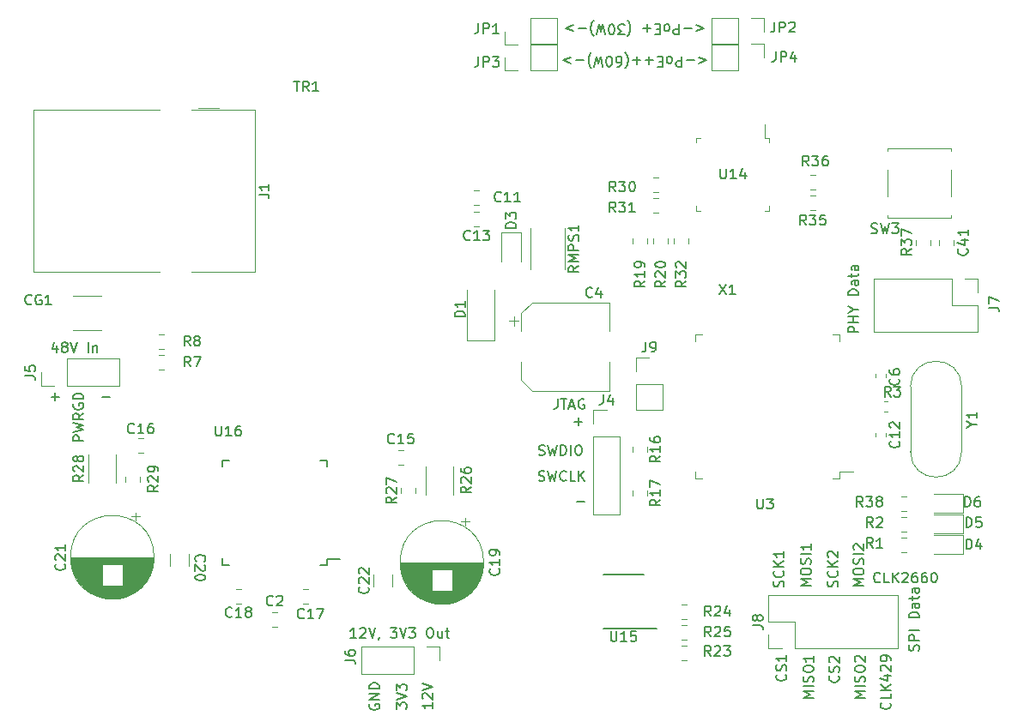
<source format=gbr>
%TF.GenerationSoftware,KiCad,Pcbnew,(5.1.12)-1*%
%TF.CreationDate,2022-03-07T22:11:42-06:00*%
%TF.ProjectId,PoE_Stepper_Driver,506f455f-5374-4657-9070-65725f447269,rev?*%
%TF.SameCoordinates,Original*%
%TF.FileFunction,Legend,Top*%
%TF.FilePolarity,Positive*%
%FSLAX46Y46*%
G04 Gerber Fmt 4.6, Leading zero omitted, Abs format (unit mm)*
G04 Created by KiCad (PCBNEW (5.1.12)-1) date 2022-03-07 22:11:42*
%MOMM*%
%LPD*%
G01*
G04 APERTURE LIST*
%ADD10C,0.150000*%
%ADD11C,0.120000*%
G04 APERTURE END LIST*
D10*
X160487523Y-63587285D02*
X161249428Y-63301571D01*
X160487523Y-63015857D01*
X160011333Y-63301571D02*
X159249428Y-63301571D01*
X158773238Y-62920619D02*
X158773238Y-63920619D01*
X158392285Y-63920619D01*
X158297047Y-63873000D01*
X158249428Y-63825380D01*
X158201809Y-63730142D01*
X158201809Y-63587285D01*
X158249428Y-63492047D01*
X158297047Y-63444428D01*
X158392285Y-63396809D01*
X158773238Y-63396809D01*
X157630380Y-62920619D02*
X157725619Y-62968238D01*
X157773238Y-63015857D01*
X157820857Y-63111095D01*
X157820857Y-63396809D01*
X157773238Y-63492047D01*
X157725619Y-63539666D01*
X157630380Y-63587285D01*
X157487523Y-63587285D01*
X157392285Y-63539666D01*
X157344666Y-63492047D01*
X157297047Y-63396809D01*
X157297047Y-63111095D01*
X157344666Y-63015857D01*
X157392285Y-62968238D01*
X157487523Y-62920619D01*
X157630380Y-62920619D01*
X156868476Y-63444428D02*
X156535142Y-63444428D01*
X156392285Y-62920619D02*
X156868476Y-62920619D01*
X156868476Y-63920619D01*
X156392285Y-63920619D01*
X155963714Y-63301571D02*
X155201809Y-63301571D01*
X155582761Y-62920619D02*
X155582761Y-63682523D01*
X154725619Y-63301571D02*
X153963714Y-63301571D01*
X154344666Y-62920619D02*
X154344666Y-63682523D01*
X153201809Y-62539666D02*
X153249428Y-62587285D01*
X153344666Y-62730142D01*
X153392285Y-62825380D01*
X153439904Y-62968238D01*
X153487523Y-63206333D01*
X153487523Y-63396809D01*
X153439904Y-63634904D01*
X153392285Y-63777761D01*
X153344666Y-63873000D01*
X153249428Y-64015857D01*
X153201809Y-64063476D01*
X152392285Y-63920619D02*
X152582761Y-63920619D01*
X152678000Y-63873000D01*
X152725619Y-63825380D01*
X152820857Y-63682523D01*
X152868476Y-63492047D01*
X152868476Y-63111095D01*
X152820857Y-63015857D01*
X152773238Y-62968238D01*
X152678000Y-62920619D01*
X152487523Y-62920619D01*
X152392285Y-62968238D01*
X152344666Y-63015857D01*
X152297047Y-63111095D01*
X152297047Y-63349190D01*
X152344666Y-63444428D01*
X152392285Y-63492047D01*
X152487523Y-63539666D01*
X152678000Y-63539666D01*
X152773238Y-63492047D01*
X152820857Y-63444428D01*
X152868476Y-63349190D01*
X151678000Y-63920619D02*
X151582761Y-63920619D01*
X151487523Y-63873000D01*
X151439904Y-63825380D01*
X151392285Y-63730142D01*
X151344666Y-63539666D01*
X151344666Y-63301571D01*
X151392285Y-63111095D01*
X151439904Y-63015857D01*
X151487523Y-62968238D01*
X151582761Y-62920619D01*
X151678000Y-62920619D01*
X151773238Y-62968238D01*
X151820857Y-63015857D01*
X151868476Y-63111095D01*
X151916095Y-63301571D01*
X151916095Y-63539666D01*
X151868476Y-63730142D01*
X151820857Y-63825380D01*
X151773238Y-63873000D01*
X151678000Y-63920619D01*
X151011333Y-63920619D02*
X150773238Y-62920619D01*
X150582761Y-63634904D01*
X150392285Y-62920619D01*
X150154190Y-63920619D01*
X149868476Y-62539666D02*
X149820857Y-62587285D01*
X149725619Y-62730142D01*
X149678000Y-62825380D01*
X149630380Y-62968238D01*
X149582761Y-63206333D01*
X149582761Y-63396809D01*
X149630380Y-63634904D01*
X149678000Y-63777761D01*
X149725619Y-63873000D01*
X149820857Y-64015857D01*
X149868476Y-64063476D01*
X149106571Y-63301571D02*
X148344666Y-63301571D01*
X147868476Y-63587285D02*
X147106571Y-63301571D01*
X147868476Y-63015857D01*
X160249428Y-60412285D02*
X161011333Y-60126571D01*
X160249428Y-59840857D01*
X159773238Y-60126571D02*
X159011333Y-60126571D01*
X158535142Y-59745619D02*
X158535142Y-60745619D01*
X158154190Y-60745619D01*
X158058952Y-60698000D01*
X158011333Y-60650380D01*
X157963714Y-60555142D01*
X157963714Y-60412285D01*
X158011333Y-60317047D01*
X158058952Y-60269428D01*
X158154190Y-60221809D01*
X158535142Y-60221809D01*
X157392285Y-59745619D02*
X157487523Y-59793238D01*
X157535142Y-59840857D01*
X157582761Y-59936095D01*
X157582761Y-60221809D01*
X157535142Y-60317047D01*
X157487523Y-60364666D01*
X157392285Y-60412285D01*
X157249428Y-60412285D01*
X157154190Y-60364666D01*
X157106571Y-60317047D01*
X157058952Y-60221809D01*
X157058952Y-59936095D01*
X157106571Y-59840857D01*
X157154190Y-59793238D01*
X157249428Y-59745619D01*
X157392285Y-59745619D01*
X156630380Y-60269428D02*
X156297047Y-60269428D01*
X156154190Y-59745619D02*
X156630380Y-59745619D01*
X156630380Y-60745619D01*
X156154190Y-60745619D01*
X155725619Y-60126571D02*
X154963714Y-60126571D01*
X155344666Y-59745619D02*
X155344666Y-60507523D01*
X153439904Y-59364666D02*
X153487523Y-59412285D01*
X153582761Y-59555142D01*
X153630380Y-59650380D01*
X153678000Y-59793238D01*
X153725619Y-60031333D01*
X153725619Y-60221809D01*
X153678000Y-60459904D01*
X153630380Y-60602761D01*
X153582761Y-60698000D01*
X153487523Y-60840857D01*
X153439904Y-60888476D01*
X153154190Y-60745619D02*
X152535142Y-60745619D01*
X152868476Y-60364666D01*
X152725619Y-60364666D01*
X152630380Y-60317047D01*
X152582761Y-60269428D01*
X152535142Y-60174190D01*
X152535142Y-59936095D01*
X152582761Y-59840857D01*
X152630380Y-59793238D01*
X152725619Y-59745619D01*
X153011333Y-59745619D01*
X153106571Y-59793238D01*
X153154190Y-59840857D01*
X151916095Y-60745619D02*
X151820857Y-60745619D01*
X151725619Y-60698000D01*
X151678000Y-60650380D01*
X151630380Y-60555142D01*
X151582761Y-60364666D01*
X151582761Y-60126571D01*
X151630380Y-59936095D01*
X151678000Y-59840857D01*
X151725619Y-59793238D01*
X151820857Y-59745619D01*
X151916095Y-59745619D01*
X152011333Y-59793238D01*
X152058952Y-59840857D01*
X152106571Y-59936095D01*
X152154190Y-60126571D01*
X152154190Y-60364666D01*
X152106571Y-60555142D01*
X152058952Y-60650380D01*
X152011333Y-60698000D01*
X151916095Y-60745619D01*
X151249428Y-60745619D02*
X151011333Y-59745619D01*
X150820857Y-60459904D01*
X150630380Y-59745619D01*
X150392285Y-60745619D01*
X150106571Y-59364666D02*
X150058952Y-59412285D01*
X149963714Y-59555142D01*
X149916095Y-59650380D01*
X149868476Y-59793238D01*
X149820857Y-60031333D01*
X149820857Y-60221809D01*
X149868476Y-60459904D01*
X149916095Y-60602761D01*
X149963714Y-60698000D01*
X150058952Y-60840857D01*
X150106571Y-60888476D01*
X149344666Y-60126571D02*
X148582761Y-60126571D01*
X148106571Y-60412285D02*
X147344666Y-60126571D01*
X148106571Y-59840857D01*
D11*
%TO.C,C2*%
X118879252Y-117781000D02*
X118356748Y-117781000D01*
X118879252Y-119201000D02*
X118356748Y-119201000D01*
D10*
%TO.C,U16*%
X123793000Y-112550000D02*
X125068000Y-112550000D01*
X113443000Y-113125000D02*
X114118000Y-113125000D01*
X113443000Y-102775000D02*
X114118000Y-102775000D01*
X123793000Y-102775000D02*
X123118000Y-102775000D01*
X123793000Y-113125000D02*
X123118000Y-113125000D01*
X123793000Y-102775000D02*
X123793000Y-103450000D01*
X113443000Y-102775000D02*
X113443000Y-103450000D01*
X113443000Y-113125000D02*
X113443000Y-112450000D01*
X123793000Y-113125000D02*
X123793000Y-112550000D01*
D11*
%TO.C,J1*%
X110451000Y-68225000D02*
X116731000Y-68225000D01*
X116731000Y-68225000D02*
X116731000Y-84175000D01*
X116731000Y-84175000D02*
X110451000Y-84175000D01*
X107251000Y-84175000D02*
X94811000Y-84175000D01*
X94811000Y-84175000D02*
X94811000Y-68225000D01*
X94811000Y-68225000D02*
X107251000Y-68225000D01*
X113141000Y-68025000D02*
X111141000Y-68025000D01*
%TO.C,C17*%
X121404748Y-116915000D02*
X121927252Y-116915000D01*
X121404748Y-115495000D02*
X121927252Y-115495000D01*
%TO.C,CG1*%
X98755748Y-86555000D02*
X101528252Y-86555000D01*
X98755748Y-89975000D02*
X101528252Y-89975000D01*
%TO.C,D1*%
X137578000Y-90964000D02*
X140298000Y-90964000D01*
X140298000Y-90964000D02*
X140298000Y-85984000D01*
X137578000Y-90964000D02*
X137578000Y-85984000D01*
%TO.C,D3*%
X141026000Y-80309000D02*
X141026000Y-83169000D01*
X142946000Y-80309000D02*
X141026000Y-80309000D01*
X142946000Y-83169000D02*
X142946000Y-80309000D01*
%TO.C,D4*%
X183658000Y-112084999D02*
X186518000Y-112084999D01*
X186518000Y-112084999D02*
X186518000Y-110164999D01*
X186518000Y-110164999D02*
X183658000Y-110164999D01*
%TO.C,D5*%
X186518000Y-108132999D02*
X183658000Y-108132999D01*
X186518000Y-110052999D02*
X186518000Y-108132999D01*
X183658000Y-110052999D02*
X186518000Y-110052999D01*
%TO.C,R7*%
X107180748Y-92381000D02*
X107703252Y-92381000D01*
X107180748Y-93801000D02*
X107703252Y-93801000D01*
%TO.C,R8*%
X107180748Y-91769000D02*
X107703252Y-91769000D01*
X107180748Y-90349000D02*
X107703252Y-90349000D01*
%TO.C,RMPS1*%
X143832000Y-79862936D02*
X143832000Y-83967064D01*
X147252000Y-79862936D02*
X147252000Y-83967064D01*
%TO.C,U3*%
X174346115Y-103901967D02*
X175711115Y-103901967D01*
X174346115Y-104601967D02*
X174346115Y-103901967D01*
X173646115Y-104601967D02*
X174346115Y-104601967D01*
X160126115Y-104601967D02*
X160126115Y-103901967D01*
X160826115Y-104601967D02*
X160126115Y-104601967D01*
X174346115Y-90381967D02*
X174346115Y-91081967D01*
X173646115Y-90381967D02*
X174346115Y-90381967D01*
X160126115Y-90381967D02*
X160126115Y-91081967D01*
X160826115Y-90381967D02*
X160126115Y-90381967D01*
%TO.C,U14*%
X166990000Y-70939000D02*
X166990000Y-69649000D01*
X167440000Y-70939000D02*
X166990000Y-70939000D01*
X167440000Y-71389000D02*
X167440000Y-70939000D01*
X167440000Y-78159000D02*
X166990000Y-78159000D01*
X167440000Y-77709000D02*
X167440000Y-78159000D01*
X160220000Y-70939000D02*
X160670000Y-70939000D01*
X160220000Y-71389000D02*
X160220000Y-70939000D01*
X160220000Y-78159000D02*
X160670000Y-78159000D01*
X160220000Y-77709000D02*
X160220000Y-78159000D01*
D10*
%TO.C,U15*%
X156310000Y-119438000D02*
X151035000Y-119438000D01*
X155035000Y-114038000D02*
X151035000Y-114038000D01*
D11*
%TO.C,Y1*%
X186398115Y-101934967D02*
X186398115Y-95534967D01*
X181348115Y-101934967D02*
X181348115Y-95534967D01*
X186398115Y-101934967D02*
G75*
G02*
X181348115Y-101934967I-2525000J0D01*
G01*
X186398115Y-95534967D02*
G75*
G03*
X181348115Y-95534967I-2525000J0D01*
G01*
%TO.C,C4*%
X142220000Y-88557000D02*
X142220000Y-89557000D01*
X141720000Y-89057000D02*
X142720000Y-89057000D01*
X142960000Y-94862563D02*
X144024437Y-95927000D01*
X142960000Y-88271437D02*
X144024437Y-87207000D01*
X142960000Y-88271437D02*
X142960000Y-90057000D01*
X142960000Y-94862563D02*
X142960000Y-93077000D01*
X144024437Y-95927000D02*
X151680000Y-95927000D01*
X144024437Y-87207000D02*
X151680000Y-87207000D01*
X151680000Y-87207000D02*
X151680000Y-90057000D01*
X151680000Y-95927000D02*
X151680000Y-93077000D01*
%TO.C,C6*%
X177902115Y-94615234D02*
X177902115Y-94272700D01*
X178922115Y-94615234D02*
X178922115Y-94272700D01*
%TO.C,C11*%
X138818252Y-76125000D02*
X138295748Y-76125000D01*
X138818252Y-77545000D02*
X138295748Y-77545000D01*
%TO.C,C12*%
X177902115Y-100114700D02*
X177902115Y-100457234D01*
X178922115Y-100114700D02*
X178922115Y-100457234D01*
%TO.C,C13*%
X138818252Y-79704000D02*
X138295748Y-79704000D01*
X138818252Y-78284000D02*
X138295748Y-78284000D01*
%TO.C,C15*%
X131325252Y-101779000D02*
X130802748Y-101779000D01*
X131325252Y-103199000D02*
X130802748Y-103199000D01*
%TO.C,C16*%
X105148748Y-102056000D02*
X105671252Y-102056000D01*
X105148748Y-100636000D02*
X105671252Y-100636000D01*
%TO.C,C18*%
X115323252Y-115495000D02*
X114800748Y-115495000D01*
X115323252Y-116915000D02*
X114800748Y-116915000D01*
%TO.C,C19*%
X139248000Y-112875000D02*
G75*
G03*
X139248000Y-112875000I-4120000J0D01*
G01*
X139208000Y-112875000D02*
X131048000Y-112875000D01*
X139208000Y-112915000D02*
X131048000Y-112915000D01*
X139208000Y-112955000D02*
X131048000Y-112955000D01*
X139207000Y-112995000D02*
X131049000Y-112995000D01*
X139205000Y-113035000D02*
X131051000Y-113035000D01*
X139204000Y-113075000D02*
X131052000Y-113075000D01*
X139202000Y-113115000D02*
X131054000Y-113115000D01*
X139199000Y-113155000D02*
X131057000Y-113155000D01*
X139196000Y-113195000D02*
X131060000Y-113195000D01*
X139193000Y-113235000D02*
X131063000Y-113235000D01*
X139189000Y-113275000D02*
X131067000Y-113275000D01*
X139185000Y-113315000D02*
X131071000Y-113315000D01*
X139180000Y-113355000D02*
X131076000Y-113355000D01*
X139176000Y-113395000D02*
X131080000Y-113395000D01*
X139170000Y-113435000D02*
X131086000Y-113435000D01*
X139165000Y-113475000D02*
X131091000Y-113475000D01*
X139158000Y-113515000D02*
X131098000Y-113515000D01*
X139152000Y-113555000D02*
X131104000Y-113555000D01*
X139145000Y-113596000D02*
X136168000Y-113596000D01*
X134088000Y-113596000D02*
X131111000Y-113596000D01*
X139138000Y-113636000D02*
X136168000Y-113636000D01*
X134088000Y-113636000D02*
X131118000Y-113636000D01*
X139130000Y-113676000D02*
X136168000Y-113676000D01*
X134088000Y-113676000D02*
X131126000Y-113676000D01*
X139122000Y-113716000D02*
X136168000Y-113716000D01*
X134088000Y-113716000D02*
X131134000Y-113716000D01*
X139113000Y-113756000D02*
X136168000Y-113756000D01*
X134088000Y-113756000D02*
X131143000Y-113756000D01*
X139104000Y-113796000D02*
X136168000Y-113796000D01*
X134088000Y-113796000D02*
X131152000Y-113796000D01*
X139095000Y-113836000D02*
X136168000Y-113836000D01*
X134088000Y-113836000D02*
X131161000Y-113836000D01*
X139085000Y-113876000D02*
X136168000Y-113876000D01*
X134088000Y-113876000D02*
X131171000Y-113876000D01*
X139075000Y-113916000D02*
X136168000Y-113916000D01*
X134088000Y-113916000D02*
X131181000Y-113916000D01*
X139064000Y-113956000D02*
X136168000Y-113956000D01*
X134088000Y-113956000D02*
X131192000Y-113956000D01*
X139053000Y-113996000D02*
X136168000Y-113996000D01*
X134088000Y-113996000D02*
X131203000Y-113996000D01*
X139042000Y-114036000D02*
X136168000Y-114036000D01*
X134088000Y-114036000D02*
X131214000Y-114036000D01*
X139030000Y-114076000D02*
X136168000Y-114076000D01*
X134088000Y-114076000D02*
X131226000Y-114076000D01*
X139017000Y-114116000D02*
X136168000Y-114116000D01*
X134088000Y-114116000D02*
X131239000Y-114116000D01*
X139005000Y-114156000D02*
X136168000Y-114156000D01*
X134088000Y-114156000D02*
X131251000Y-114156000D01*
X138991000Y-114196000D02*
X136168000Y-114196000D01*
X134088000Y-114196000D02*
X131265000Y-114196000D01*
X138978000Y-114236000D02*
X136168000Y-114236000D01*
X134088000Y-114236000D02*
X131278000Y-114236000D01*
X138963000Y-114276000D02*
X136168000Y-114276000D01*
X134088000Y-114276000D02*
X131293000Y-114276000D01*
X138949000Y-114316000D02*
X136168000Y-114316000D01*
X134088000Y-114316000D02*
X131307000Y-114316000D01*
X138933000Y-114356000D02*
X136168000Y-114356000D01*
X134088000Y-114356000D02*
X131323000Y-114356000D01*
X138918000Y-114396000D02*
X136168000Y-114396000D01*
X134088000Y-114396000D02*
X131338000Y-114396000D01*
X138902000Y-114436000D02*
X136168000Y-114436000D01*
X134088000Y-114436000D02*
X131354000Y-114436000D01*
X138885000Y-114476000D02*
X136168000Y-114476000D01*
X134088000Y-114476000D02*
X131371000Y-114476000D01*
X138868000Y-114516000D02*
X136168000Y-114516000D01*
X134088000Y-114516000D02*
X131388000Y-114516000D01*
X138850000Y-114556000D02*
X136168000Y-114556000D01*
X134088000Y-114556000D02*
X131406000Y-114556000D01*
X138832000Y-114596000D02*
X136168000Y-114596000D01*
X134088000Y-114596000D02*
X131424000Y-114596000D01*
X138814000Y-114636000D02*
X136168000Y-114636000D01*
X134088000Y-114636000D02*
X131442000Y-114636000D01*
X138794000Y-114676000D02*
X136168000Y-114676000D01*
X134088000Y-114676000D02*
X131462000Y-114676000D01*
X138775000Y-114716000D02*
X136168000Y-114716000D01*
X134088000Y-114716000D02*
X131481000Y-114716000D01*
X138755000Y-114756000D02*
X136168000Y-114756000D01*
X134088000Y-114756000D02*
X131501000Y-114756000D01*
X138734000Y-114796000D02*
X136168000Y-114796000D01*
X134088000Y-114796000D02*
X131522000Y-114796000D01*
X138712000Y-114836000D02*
X136168000Y-114836000D01*
X134088000Y-114836000D02*
X131544000Y-114836000D01*
X138690000Y-114876000D02*
X136168000Y-114876000D01*
X134088000Y-114876000D02*
X131566000Y-114876000D01*
X138668000Y-114916000D02*
X136168000Y-114916000D01*
X134088000Y-114916000D02*
X131588000Y-114916000D01*
X138645000Y-114956000D02*
X136168000Y-114956000D01*
X134088000Y-114956000D02*
X131611000Y-114956000D01*
X138621000Y-114996000D02*
X136168000Y-114996000D01*
X134088000Y-114996000D02*
X131635000Y-114996000D01*
X138597000Y-115036000D02*
X136168000Y-115036000D01*
X134088000Y-115036000D02*
X131659000Y-115036000D01*
X138572000Y-115076000D02*
X136168000Y-115076000D01*
X134088000Y-115076000D02*
X131684000Y-115076000D01*
X138546000Y-115116000D02*
X136168000Y-115116000D01*
X134088000Y-115116000D02*
X131710000Y-115116000D01*
X138520000Y-115156000D02*
X136168000Y-115156000D01*
X134088000Y-115156000D02*
X131736000Y-115156000D01*
X138493000Y-115196000D02*
X136168000Y-115196000D01*
X134088000Y-115196000D02*
X131763000Y-115196000D01*
X138466000Y-115236000D02*
X136168000Y-115236000D01*
X134088000Y-115236000D02*
X131790000Y-115236000D01*
X138437000Y-115276000D02*
X136168000Y-115276000D01*
X134088000Y-115276000D02*
X131819000Y-115276000D01*
X138408000Y-115316000D02*
X136168000Y-115316000D01*
X134088000Y-115316000D02*
X131848000Y-115316000D01*
X138378000Y-115356000D02*
X136168000Y-115356000D01*
X134088000Y-115356000D02*
X131878000Y-115356000D01*
X138348000Y-115396000D02*
X136168000Y-115396000D01*
X134088000Y-115396000D02*
X131908000Y-115396000D01*
X138317000Y-115436000D02*
X136168000Y-115436000D01*
X134088000Y-115436000D02*
X131939000Y-115436000D01*
X138284000Y-115476000D02*
X136168000Y-115476000D01*
X134088000Y-115476000D02*
X131972000Y-115476000D01*
X138252000Y-115516000D02*
X136168000Y-115516000D01*
X134088000Y-115516000D02*
X132004000Y-115516000D01*
X138218000Y-115556000D02*
X136168000Y-115556000D01*
X134088000Y-115556000D02*
X132038000Y-115556000D01*
X138183000Y-115596000D02*
X136168000Y-115596000D01*
X134088000Y-115596000D02*
X132073000Y-115596000D01*
X138147000Y-115636000D02*
X136168000Y-115636000D01*
X134088000Y-115636000D02*
X132109000Y-115636000D01*
X138111000Y-115676000D02*
X132145000Y-115676000D01*
X138073000Y-115716000D02*
X132183000Y-115716000D01*
X138035000Y-115756000D02*
X132221000Y-115756000D01*
X137995000Y-115796000D02*
X132261000Y-115796000D01*
X137954000Y-115836000D02*
X132302000Y-115836000D01*
X137912000Y-115876000D02*
X132344000Y-115876000D01*
X137869000Y-115916000D02*
X132387000Y-115916000D01*
X137825000Y-115956000D02*
X132431000Y-115956000D01*
X137779000Y-115996000D02*
X132477000Y-115996000D01*
X137732000Y-116036000D02*
X132524000Y-116036000D01*
X137684000Y-116076000D02*
X132572000Y-116076000D01*
X137633000Y-116116000D02*
X132623000Y-116116000D01*
X137582000Y-116156000D02*
X132674000Y-116156000D01*
X137528000Y-116196000D02*
X132728000Y-116196000D01*
X137473000Y-116236000D02*
X132783000Y-116236000D01*
X137415000Y-116276000D02*
X132841000Y-116276000D01*
X137356000Y-116316000D02*
X132900000Y-116316000D01*
X137294000Y-116356000D02*
X132962000Y-116356000D01*
X137230000Y-116396000D02*
X133026000Y-116396000D01*
X137162000Y-116436000D02*
X133094000Y-116436000D01*
X137092000Y-116476000D02*
X133164000Y-116476000D01*
X137018000Y-116516000D02*
X133238000Y-116516000D01*
X136941000Y-116556000D02*
X133315000Y-116556000D01*
X136859000Y-116596000D02*
X133397000Y-116596000D01*
X136773000Y-116636000D02*
X133483000Y-116636000D01*
X136680000Y-116676000D02*
X133576000Y-116676000D01*
X136581000Y-116716000D02*
X133675000Y-116716000D01*
X136474000Y-116756000D02*
X133782000Y-116756000D01*
X136357000Y-116796000D02*
X133899000Y-116796000D01*
X136226000Y-116836000D02*
X134030000Y-116836000D01*
X136076000Y-116876000D02*
X134180000Y-116876000D01*
X135896000Y-116916000D02*
X134360000Y-116916000D01*
X135661000Y-116956000D02*
X134595000Y-116956000D01*
X137443000Y-108465302D02*
X137443000Y-109265302D01*
X137843000Y-108865302D02*
X137043000Y-108865302D01*
%TO.C,C20*%
X108310000Y-113251064D02*
X108310000Y-112046936D01*
X110130000Y-113251064D02*
X110130000Y-112046936D01*
%TO.C,C21*%
X105331000Y-108357302D02*
X104531000Y-108357302D01*
X104931000Y-107957302D02*
X104931000Y-108757302D01*
X103149000Y-116448000D02*
X102083000Y-116448000D01*
X103384000Y-116408000D02*
X101848000Y-116408000D01*
X103564000Y-116368000D02*
X101668000Y-116368000D01*
X103714000Y-116328000D02*
X101518000Y-116328000D01*
X103845000Y-116288000D02*
X101387000Y-116288000D01*
X103962000Y-116248000D02*
X101270000Y-116248000D01*
X104069000Y-116208000D02*
X101163000Y-116208000D01*
X104168000Y-116168000D02*
X101064000Y-116168000D01*
X104261000Y-116128000D02*
X100971000Y-116128000D01*
X104347000Y-116088000D02*
X100885000Y-116088000D01*
X104429000Y-116048000D02*
X100803000Y-116048000D01*
X104506000Y-116008000D02*
X100726000Y-116008000D01*
X104580000Y-115968000D02*
X100652000Y-115968000D01*
X104650000Y-115928000D02*
X100582000Y-115928000D01*
X104718000Y-115888000D02*
X100514000Y-115888000D01*
X104782000Y-115848000D02*
X100450000Y-115848000D01*
X104844000Y-115808000D02*
X100388000Y-115808000D01*
X104903000Y-115768000D02*
X100329000Y-115768000D01*
X104961000Y-115728000D02*
X100271000Y-115728000D01*
X105016000Y-115688000D02*
X100216000Y-115688000D01*
X105070000Y-115648000D02*
X100162000Y-115648000D01*
X105121000Y-115608000D02*
X100111000Y-115608000D01*
X105172000Y-115568000D02*
X100060000Y-115568000D01*
X105220000Y-115528000D02*
X100012000Y-115528000D01*
X105267000Y-115488000D02*
X99965000Y-115488000D01*
X105313000Y-115448000D02*
X99919000Y-115448000D01*
X105357000Y-115408000D02*
X99875000Y-115408000D01*
X105400000Y-115368000D02*
X99832000Y-115368000D01*
X105442000Y-115328000D02*
X99790000Y-115328000D01*
X105483000Y-115288000D02*
X99749000Y-115288000D01*
X105523000Y-115248000D02*
X99709000Y-115248000D01*
X105561000Y-115208000D02*
X99671000Y-115208000D01*
X105599000Y-115168000D02*
X99633000Y-115168000D01*
X101576000Y-115128000D02*
X99597000Y-115128000D01*
X105635000Y-115128000D02*
X103656000Y-115128000D01*
X101576000Y-115088000D02*
X99561000Y-115088000D01*
X105671000Y-115088000D02*
X103656000Y-115088000D01*
X101576000Y-115048000D02*
X99526000Y-115048000D01*
X105706000Y-115048000D02*
X103656000Y-115048000D01*
X101576000Y-115008000D02*
X99492000Y-115008000D01*
X105740000Y-115008000D02*
X103656000Y-115008000D01*
X101576000Y-114968000D02*
X99460000Y-114968000D01*
X105772000Y-114968000D02*
X103656000Y-114968000D01*
X101576000Y-114928000D02*
X99427000Y-114928000D01*
X105805000Y-114928000D02*
X103656000Y-114928000D01*
X101576000Y-114888000D02*
X99396000Y-114888000D01*
X105836000Y-114888000D02*
X103656000Y-114888000D01*
X101576000Y-114848000D02*
X99366000Y-114848000D01*
X105866000Y-114848000D02*
X103656000Y-114848000D01*
X101576000Y-114808000D02*
X99336000Y-114808000D01*
X105896000Y-114808000D02*
X103656000Y-114808000D01*
X101576000Y-114768000D02*
X99307000Y-114768000D01*
X105925000Y-114768000D02*
X103656000Y-114768000D01*
X101576000Y-114728000D02*
X99278000Y-114728000D01*
X105954000Y-114728000D02*
X103656000Y-114728000D01*
X101576000Y-114688000D02*
X99251000Y-114688000D01*
X105981000Y-114688000D02*
X103656000Y-114688000D01*
X101576000Y-114648000D02*
X99224000Y-114648000D01*
X106008000Y-114648000D02*
X103656000Y-114648000D01*
X101576000Y-114608000D02*
X99198000Y-114608000D01*
X106034000Y-114608000D02*
X103656000Y-114608000D01*
X101576000Y-114568000D02*
X99172000Y-114568000D01*
X106060000Y-114568000D02*
X103656000Y-114568000D01*
X101576000Y-114528000D02*
X99147000Y-114528000D01*
X106085000Y-114528000D02*
X103656000Y-114528000D01*
X101576000Y-114488000D02*
X99123000Y-114488000D01*
X106109000Y-114488000D02*
X103656000Y-114488000D01*
X101576000Y-114448000D02*
X99099000Y-114448000D01*
X106133000Y-114448000D02*
X103656000Y-114448000D01*
X101576000Y-114408000D02*
X99076000Y-114408000D01*
X106156000Y-114408000D02*
X103656000Y-114408000D01*
X101576000Y-114368000D02*
X99054000Y-114368000D01*
X106178000Y-114368000D02*
X103656000Y-114368000D01*
X101576000Y-114328000D02*
X99032000Y-114328000D01*
X106200000Y-114328000D02*
X103656000Y-114328000D01*
X101576000Y-114288000D02*
X99010000Y-114288000D01*
X106222000Y-114288000D02*
X103656000Y-114288000D01*
X101576000Y-114248000D02*
X98989000Y-114248000D01*
X106243000Y-114248000D02*
X103656000Y-114248000D01*
X101576000Y-114208000D02*
X98969000Y-114208000D01*
X106263000Y-114208000D02*
X103656000Y-114208000D01*
X101576000Y-114168000D02*
X98950000Y-114168000D01*
X106282000Y-114168000D02*
X103656000Y-114168000D01*
X101576000Y-114128000D02*
X98930000Y-114128000D01*
X106302000Y-114128000D02*
X103656000Y-114128000D01*
X101576000Y-114088000D02*
X98912000Y-114088000D01*
X106320000Y-114088000D02*
X103656000Y-114088000D01*
X101576000Y-114048000D02*
X98894000Y-114048000D01*
X106338000Y-114048000D02*
X103656000Y-114048000D01*
X101576000Y-114008000D02*
X98876000Y-114008000D01*
X106356000Y-114008000D02*
X103656000Y-114008000D01*
X101576000Y-113968000D02*
X98859000Y-113968000D01*
X106373000Y-113968000D02*
X103656000Y-113968000D01*
X101576000Y-113928000D02*
X98842000Y-113928000D01*
X106390000Y-113928000D02*
X103656000Y-113928000D01*
X101576000Y-113888000D02*
X98826000Y-113888000D01*
X106406000Y-113888000D02*
X103656000Y-113888000D01*
X101576000Y-113848000D02*
X98811000Y-113848000D01*
X106421000Y-113848000D02*
X103656000Y-113848000D01*
X101576000Y-113808000D02*
X98795000Y-113808000D01*
X106437000Y-113808000D02*
X103656000Y-113808000D01*
X101576000Y-113768000D02*
X98781000Y-113768000D01*
X106451000Y-113768000D02*
X103656000Y-113768000D01*
X101576000Y-113728000D02*
X98766000Y-113728000D01*
X106466000Y-113728000D02*
X103656000Y-113728000D01*
X101576000Y-113688000D02*
X98753000Y-113688000D01*
X106479000Y-113688000D02*
X103656000Y-113688000D01*
X101576000Y-113648000D02*
X98739000Y-113648000D01*
X106493000Y-113648000D02*
X103656000Y-113648000D01*
X101576000Y-113608000D02*
X98727000Y-113608000D01*
X106505000Y-113608000D02*
X103656000Y-113608000D01*
X101576000Y-113568000D02*
X98714000Y-113568000D01*
X106518000Y-113568000D02*
X103656000Y-113568000D01*
X101576000Y-113528000D02*
X98702000Y-113528000D01*
X106530000Y-113528000D02*
X103656000Y-113528000D01*
X101576000Y-113488000D02*
X98691000Y-113488000D01*
X106541000Y-113488000D02*
X103656000Y-113488000D01*
X101576000Y-113448000D02*
X98680000Y-113448000D01*
X106552000Y-113448000D02*
X103656000Y-113448000D01*
X101576000Y-113408000D02*
X98669000Y-113408000D01*
X106563000Y-113408000D02*
X103656000Y-113408000D01*
X101576000Y-113368000D02*
X98659000Y-113368000D01*
X106573000Y-113368000D02*
X103656000Y-113368000D01*
X101576000Y-113328000D02*
X98649000Y-113328000D01*
X106583000Y-113328000D02*
X103656000Y-113328000D01*
X101576000Y-113288000D02*
X98640000Y-113288000D01*
X106592000Y-113288000D02*
X103656000Y-113288000D01*
X101576000Y-113248000D02*
X98631000Y-113248000D01*
X106601000Y-113248000D02*
X103656000Y-113248000D01*
X101576000Y-113208000D02*
X98622000Y-113208000D01*
X106610000Y-113208000D02*
X103656000Y-113208000D01*
X101576000Y-113168000D02*
X98614000Y-113168000D01*
X106618000Y-113168000D02*
X103656000Y-113168000D01*
X101576000Y-113128000D02*
X98606000Y-113128000D01*
X106626000Y-113128000D02*
X103656000Y-113128000D01*
X101576000Y-113088000D02*
X98599000Y-113088000D01*
X106633000Y-113088000D02*
X103656000Y-113088000D01*
X106640000Y-113047000D02*
X98592000Y-113047000D01*
X106646000Y-113007000D02*
X98586000Y-113007000D01*
X106653000Y-112967000D02*
X98579000Y-112967000D01*
X106658000Y-112927000D02*
X98574000Y-112927000D01*
X106664000Y-112887000D02*
X98568000Y-112887000D01*
X106668000Y-112847000D02*
X98564000Y-112847000D01*
X106673000Y-112807000D02*
X98559000Y-112807000D01*
X106677000Y-112767000D02*
X98555000Y-112767000D01*
X106681000Y-112727000D02*
X98551000Y-112727000D01*
X106684000Y-112687000D02*
X98548000Y-112687000D01*
X106687000Y-112647000D02*
X98545000Y-112647000D01*
X106690000Y-112607000D02*
X98542000Y-112607000D01*
X106692000Y-112567000D02*
X98540000Y-112567000D01*
X106693000Y-112527000D02*
X98539000Y-112527000D01*
X106695000Y-112487000D02*
X98537000Y-112487000D01*
X106696000Y-112447000D02*
X98536000Y-112447000D01*
X106696000Y-112407000D02*
X98536000Y-112407000D01*
X106696000Y-112367000D02*
X98536000Y-112367000D01*
X106736000Y-112367000D02*
G75*
G03*
X106736000Y-112367000I-4120000J0D01*
G01*
%TO.C,C22*%
X130196000Y-115283064D02*
X130196000Y-114078936D01*
X128376000Y-115283064D02*
X128376000Y-114078936D01*
%TO.C,JP1*%
X141291000Y-61782000D02*
X141291000Y-60452000D01*
X142621000Y-61782000D02*
X141291000Y-61782000D01*
X143891000Y-61782000D02*
X143891000Y-59122000D01*
X143891000Y-59122000D02*
X146491000Y-59122000D01*
X143891000Y-61782000D02*
X146491000Y-61782000D01*
X146491000Y-61782000D02*
X146491000Y-59122000D01*
%TO.C,JP2*%
X166938000Y-59122000D02*
X166938000Y-60452000D01*
X165608000Y-59122000D02*
X166938000Y-59122000D01*
X164338000Y-59122000D02*
X164338000Y-61782000D01*
X164338000Y-61782000D02*
X161738000Y-61782000D01*
X164338000Y-59122000D02*
X161738000Y-59122000D01*
X161738000Y-59122000D02*
X161738000Y-61782000D01*
%TO.C,JP3*%
X146491000Y-64322000D02*
X146491000Y-61662000D01*
X143891000Y-64322000D02*
X146491000Y-64322000D01*
X143891000Y-61662000D02*
X146491000Y-61662000D01*
X143891000Y-64322000D02*
X143891000Y-61662000D01*
X142621000Y-64322000D02*
X141291000Y-64322000D01*
X141291000Y-64322000D02*
X141291000Y-62992000D01*
%TO.C,JP4*%
X161738000Y-61662000D02*
X161738000Y-64322000D01*
X164338000Y-61662000D02*
X161738000Y-61662000D01*
X164338000Y-64322000D02*
X161738000Y-64322000D01*
X164338000Y-61662000D02*
X164338000Y-64322000D01*
X165608000Y-61662000D02*
X166938000Y-61662000D01*
X166938000Y-61662000D02*
X166938000Y-62992000D01*
%TO.C,R1*%
X180982252Y-110415000D02*
X180459748Y-110415000D01*
X180982252Y-111835000D02*
X180459748Y-111835000D01*
%TO.C,R2*%
X180982252Y-109803000D02*
X180459748Y-109803000D01*
X180982252Y-108383000D02*
X180459748Y-108383000D01*
%TO.C,R3*%
X178748849Y-98001967D02*
X179091383Y-98001967D01*
X178748849Y-96981967D02*
X179091383Y-96981967D01*
%TO.C,R19*%
X155396000Y-80891748D02*
X155396000Y-81414252D01*
X153976000Y-80891748D02*
X153976000Y-81414252D01*
%TO.C,R20*%
X157428000Y-81414252D02*
X157428000Y-80891748D01*
X156008000Y-81414252D02*
X156008000Y-80891748D01*
%TO.C,R23*%
X159265252Y-122503000D02*
X158742748Y-122503000D01*
X159265252Y-121083000D02*
X158742748Y-121083000D01*
%TO.C,R24*%
X159265252Y-117019000D02*
X158742748Y-117019000D01*
X159265252Y-118439000D02*
X158742748Y-118439000D01*
%TO.C,R25*%
X159265252Y-120471000D02*
X158742748Y-120471000D01*
X159265252Y-119051000D02*
X158742748Y-119051000D01*
%TO.C,R26*%
X133514000Y-106177064D02*
X133514000Y-103372936D01*
X136234000Y-106177064D02*
X136234000Y-103372936D01*
%TO.C,R27*%
X132536000Y-106052252D02*
X132536000Y-105529748D01*
X131116000Y-106052252D02*
X131116000Y-105529748D01*
%TO.C,R28*%
X102960000Y-105034064D02*
X102960000Y-102229936D01*
X100240000Y-105034064D02*
X100240000Y-102229936D01*
%TO.C,R29*%
X105358000Y-104909252D02*
X105358000Y-104386748D01*
X103938000Y-104909252D02*
X103938000Y-104386748D01*
%TO.C,R30*%
X156471252Y-74855000D02*
X155948748Y-74855000D01*
X156471252Y-76275000D02*
X155948748Y-76275000D01*
%TO.C,R31*%
X156471252Y-76887000D02*
X155948748Y-76887000D01*
X156471252Y-78307000D02*
X155948748Y-78307000D01*
%TO.C,R32*%
X159460000Y-80891748D02*
X159460000Y-81414252D01*
X158040000Y-80891748D02*
X158040000Y-81414252D01*
%TO.C,R35*%
X171442748Y-78053000D02*
X171965252Y-78053000D01*
X171442748Y-76633000D02*
X171965252Y-76633000D01*
%TO.C,R36*%
X171442748Y-74601000D02*
X171965252Y-74601000D01*
X171442748Y-76021000D02*
X171965252Y-76021000D01*
%TO.C,R37*%
X181916000Y-81541252D02*
X181916000Y-81018748D01*
X183336000Y-81541252D02*
X183336000Y-81018748D01*
%TO.C,C41*%
X185622000Y-81018748D02*
X185622000Y-81541252D01*
X184202000Y-81018748D02*
X184202000Y-81541252D01*
%TO.C,D6*%
X186509000Y-106100999D02*
X183649000Y-106100999D01*
X186509000Y-108020999D02*
X186509000Y-106100999D01*
X183649000Y-108020999D02*
X186509000Y-108020999D01*
%TO.C,R38*%
X180982252Y-106351000D02*
X180459748Y-106351000D01*
X180982252Y-107771000D02*
X180459748Y-107771000D01*
%TO.C,SW3*%
X179095000Y-76738000D02*
X179095000Y-74138000D01*
X185395000Y-71988000D02*
X185395000Y-72238000D01*
X179095000Y-71988000D02*
X185395000Y-71988000D01*
X179095000Y-72238000D02*
X179095000Y-71988000D01*
X185395000Y-74138000D02*
X185395000Y-76738000D01*
X179095000Y-78888000D02*
X179095000Y-78638000D01*
X185395000Y-78888000D02*
X179095000Y-78888000D01*
X185395000Y-78638000D02*
X185395000Y-78888000D01*
%TO.C,R16*%
X153976000Y-101988252D02*
X153976000Y-101465748D01*
X155396000Y-101988252D02*
X155396000Y-101465748D01*
%TO.C,R17*%
X155396000Y-106306252D02*
X155396000Y-105783748D01*
X153976000Y-106306252D02*
X153976000Y-105783748D01*
%TO.C,J5*%
X103311000Y-95437000D02*
X103311000Y-92777000D01*
X98171000Y-95437000D02*
X103311000Y-95437000D01*
X98171000Y-92777000D02*
X103311000Y-92777000D01*
X98171000Y-95437000D02*
X98171000Y-92777000D01*
X96901000Y-95437000D02*
X95571000Y-95437000D01*
X95571000Y-95437000D02*
X95571000Y-94107000D01*
%TO.C,J6*%
X134934000Y-121225000D02*
X134934000Y-122555000D01*
X133604000Y-121225000D02*
X134934000Y-121225000D01*
X132334000Y-121225000D02*
X132334000Y-123885000D01*
X132334000Y-123885000D02*
X127194000Y-123885000D01*
X132334000Y-121225000D02*
X127194000Y-121225000D01*
X127194000Y-121225000D02*
X127194000Y-123885000D01*
%TO.C,J4*%
X150054000Y-108137000D02*
X152714000Y-108137000D01*
X150054000Y-100457000D02*
X150054000Y-108137000D01*
X152714000Y-100457000D02*
X152714000Y-108137000D01*
X150054000Y-100457000D02*
X152714000Y-100457000D01*
X150054000Y-99187000D02*
X150054000Y-97857000D01*
X150054000Y-97857000D02*
X151384000Y-97857000D01*
%TO.C,J7*%
X177740000Y-84903000D02*
X177740000Y-90103000D01*
X185420000Y-84903000D02*
X177740000Y-84903000D01*
X188020000Y-90103000D02*
X177740000Y-90103000D01*
X185420000Y-84903000D02*
X185420000Y-87503000D01*
X185420000Y-87503000D02*
X188020000Y-87503000D01*
X188020000Y-87503000D02*
X188020000Y-90103000D01*
X186690000Y-84903000D02*
X188020000Y-84903000D01*
X188020000Y-84903000D02*
X188020000Y-86233000D01*
%TO.C,J8*%
X180146000Y-121345000D02*
X180146000Y-116145000D01*
X169926000Y-121345000D02*
X180146000Y-121345000D01*
X167326000Y-116145000D02*
X180146000Y-116145000D01*
X169926000Y-121345000D02*
X169926000Y-118745000D01*
X169926000Y-118745000D02*
X167326000Y-118745000D01*
X167326000Y-118745000D02*
X167326000Y-116145000D01*
X168656000Y-121345000D02*
X167326000Y-121345000D01*
X167326000Y-121345000D02*
X167326000Y-120015000D01*
%TO.C,J9*%
X154245000Y-92650000D02*
X155575000Y-92650000D01*
X154245000Y-93980000D02*
X154245000Y-92650000D01*
X154245000Y-95250000D02*
X156905000Y-95250000D01*
X156905000Y-95250000D02*
X156905000Y-97850000D01*
X154245000Y-95250000D02*
X154245000Y-97850000D01*
X154245000Y-97850000D02*
X156905000Y-97850000D01*
%TO.C,C2*%
D10*
X118451333Y-117070142D02*
X118403714Y-117117761D01*
X118260857Y-117165380D01*
X118165619Y-117165380D01*
X118022761Y-117117761D01*
X117927523Y-117022523D01*
X117879904Y-116927285D01*
X117832285Y-116736809D01*
X117832285Y-116593952D01*
X117879904Y-116403476D01*
X117927523Y-116308238D01*
X118022761Y-116213000D01*
X118165619Y-116165380D01*
X118260857Y-116165380D01*
X118403714Y-116213000D01*
X118451333Y-116260619D01*
X118832285Y-116260619D02*
X118879904Y-116213000D01*
X118975142Y-116165380D01*
X119213238Y-116165380D01*
X119308476Y-116213000D01*
X119356095Y-116260619D01*
X119403714Y-116355857D01*
X119403714Y-116451095D01*
X119356095Y-116593952D01*
X118784666Y-117165380D01*
X119403714Y-117165380D01*
%TO.C,U16*%
X112807904Y-99401380D02*
X112807904Y-100210904D01*
X112855523Y-100306142D01*
X112903142Y-100353761D01*
X112998380Y-100401380D01*
X113188857Y-100401380D01*
X113284095Y-100353761D01*
X113331714Y-100306142D01*
X113379333Y-100210904D01*
X113379333Y-99401380D01*
X114379333Y-100401380D02*
X113807904Y-100401380D01*
X114093619Y-100401380D02*
X114093619Y-99401380D01*
X113998380Y-99544238D01*
X113903142Y-99639476D01*
X113807904Y-99687095D01*
X115236476Y-99401380D02*
X115046000Y-99401380D01*
X114950761Y-99449000D01*
X114903142Y-99496619D01*
X114807904Y-99639476D01*
X114760285Y-99829952D01*
X114760285Y-100210904D01*
X114807904Y-100306142D01*
X114855523Y-100353761D01*
X114950761Y-100401380D01*
X115141238Y-100401380D01*
X115236476Y-100353761D01*
X115284095Y-100306142D01*
X115331714Y-100210904D01*
X115331714Y-99972809D01*
X115284095Y-99877571D01*
X115236476Y-99829952D01*
X115141238Y-99782333D01*
X114950761Y-99782333D01*
X114855523Y-99829952D01*
X114807904Y-99877571D01*
X114760285Y-99972809D01*
%TO.C,J1*%
X117083380Y-76533333D02*
X117797666Y-76533333D01*
X117940523Y-76580952D01*
X118035761Y-76676190D01*
X118083380Y-76819047D01*
X118083380Y-76914285D01*
X118083380Y-75533333D02*
X118083380Y-76104761D01*
X118083380Y-75819047D02*
X117083380Y-75819047D01*
X117226238Y-75914285D01*
X117321476Y-76009523D01*
X117369095Y-76104761D01*
%TO.C,C17*%
X121531142Y-118340142D02*
X121483523Y-118387761D01*
X121340666Y-118435380D01*
X121245428Y-118435380D01*
X121102571Y-118387761D01*
X121007333Y-118292523D01*
X120959714Y-118197285D01*
X120912095Y-118006809D01*
X120912095Y-117863952D01*
X120959714Y-117673476D01*
X121007333Y-117578238D01*
X121102571Y-117483000D01*
X121245428Y-117435380D01*
X121340666Y-117435380D01*
X121483523Y-117483000D01*
X121531142Y-117530619D01*
X122483523Y-118435380D02*
X121912095Y-118435380D01*
X122197809Y-118435380D02*
X122197809Y-117435380D01*
X122102571Y-117578238D01*
X122007333Y-117673476D01*
X121912095Y-117721095D01*
X122816857Y-117435380D02*
X123483523Y-117435380D01*
X123054952Y-118435380D01*
%TO.C,CG1*%
X94649333Y-87352142D02*
X94601714Y-87399761D01*
X94458857Y-87447380D01*
X94363619Y-87447380D01*
X94220761Y-87399761D01*
X94125523Y-87304523D01*
X94077904Y-87209285D01*
X94030285Y-87018809D01*
X94030285Y-86875952D01*
X94077904Y-86685476D01*
X94125523Y-86590238D01*
X94220761Y-86495000D01*
X94363619Y-86447380D01*
X94458857Y-86447380D01*
X94601714Y-86495000D01*
X94649333Y-86542619D01*
X95601714Y-86495000D02*
X95506476Y-86447380D01*
X95363619Y-86447380D01*
X95220761Y-86495000D01*
X95125523Y-86590238D01*
X95077904Y-86685476D01*
X95030285Y-86875952D01*
X95030285Y-87018809D01*
X95077904Y-87209285D01*
X95125523Y-87304523D01*
X95220761Y-87399761D01*
X95363619Y-87447380D01*
X95458857Y-87447380D01*
X95601714Y-87399761D01*
X95649333Y-87352142D01*
X95649333Y-87018809D01*
X95458857Y-87018809D01*
X96601714Y-87447380D02*
X96030285Y-87447380D01*
X96316000Y-87447380D02*
X96316000Y-86447380D01*
X96220761Y-86590238D01*
X96125523Y-86685476D01*
X96030285Y-86733095D01*
%TO.C,D1*%
X137390380Y-88622095D02*
X136390380Y-88622095D01*
X136390380Y-88384000D01*
X136438000Y-88241142D01*
X136533238Y-88145904D01*
X136628476Y-88098285D01*
X136818952Y-88050666D01*
X136961809Y-88050666D01*
X137152285Y-88098285D01*
X137247523Y-88145904D01*
X137342761Y-88241142D01*
X137390380Y-88384000D01*
X137390380Y-88622095D01*
X137390380Y-87098285D02*
X137390380Y-87669714D01*
X137390380Y-87384000D02*
X136390380Y-87384000D01*
X136533238Y-87479238D01*
X136628476Y-87574476D01*
X136676095Y-87669714D01*
%TO.C,D3*%
X142438380Y-79859095D02*
X141438380Y-79859095D01*
X141438380Y-79621000D01*
X141486000Y-79478142D01*
X141581238Y-79382904D01*
X141676476Y-79335285D01*
X141866952Y-79287666D01*
X142009809Y-79287666D01*
X142200285Y-79335285D01*
X142295523Y-79382904D01*
X142390761Y-79478142D01*
X142438380Y-79621000D01*
X142438380Y-79859095D01*
X141438380Y-78954333D02*
X141438380Y-78335285D01*
X141819333Y-78668619D01*
X141819333Y-78525761D01*
X141866952Y-78430523D01*
X141914571Y-78382904D01*
X142009809Y-78335285D01*
X142247904Y-78335285D01*
X142343142Y-78382904D01*
X142390761Y-78430523D01*
X142438380Y-78525761D01*
X142438380Y-78811476D01*
X142390761Y-78906714D01*
X142343142Y-78954333D01*
%TO.C,D4*%
X186840904Y-111577380D02*
X186840904Y-110577380D01*
X187079000Y-110577380D01*
X187221857Y-110625000D01*
X187317095Y-110720238D01*
X187364714Y-110815476D01*
X187412333Y-111005952D01*
X187412333Y-111148809D01*
X187364714Y-111339285D01*
X187317095Y-111434523D01*
X187221857Y-111529761D01*
X187079000Y-111577380D01*
X186840904Y-111577380D01*
X188269476Y-110910714D02*
X188269476Y-111577380D01*
X188031380Y-110529761D02*
X187793285Y-111244047D01*
X188412333Y-111244047D01*
%TO.C,D5*%
X186840904Y-109418379D02*
X186840904Y-108418379D01*
X187079000Y-108418379D01*
X187221857Y-108465999D01*
X187317095Y-108561237D01*
X187364714Y-108656475D01*
X187412333Y-108846951D01*
X187412333Y-108989808D01*
X187364714Y-109180284D01*
X187317095Y-109275522D01*
X187221857Y-109370760D01*
X187079000Y-109418379D01*
X186840904Y-109418379D01*
X188317095Y-108418379D02*
X187840904Y-108418379D01*
X187793285Y-108894570D01*
X187840904Y-108846951D01*
X187936142Y-108799332D01*
X188174238Y-108799332D01*
X188269476Y-108846951D01*
X188317095Y-108894570D01*
X188364714Y-108989808D01*
X188364714Y-109227903D01*
X188317095Y-109323141D01*
X188269476Y-109370760D01*
X188174238Y-109418379D01*
X187936142Y-109418379D01*
X187840904Y-109370760D01*
X187793285Y-109323141D01*
%TO.C,R7*%
X110323333Y-93543380D02*
X109990000Y-93067190D01*
X109751904Y-93543380D02*
X109751904Y-92543380D01*
X110132857Y-92543380D01*
X110228095Y-92591000D01*
X110275714Y-92638619D01*
X110323333Y-92733857D01*
X110323333Y-92876714D01*
X110275714Y-92971952D01*
X110228095Y-93019571D01*
X110132857Y-93067190D01*
X109751904Y-93067190D01*
X110656666Y-92543380D02*
X111323333Y-92543380D01*
X110894761Y-93543380D01*
%TO.C,R8*%
X110314333Y-91511380D02*
X109981000Y-91035190D01*
X109742904Y-91511380D02*
X109742904Y-90511380D01*
X110123857Y-90511380D01*
X110219095Y-90559000D01*
X110266714Y-90606619D01*
X110314333Y-90701857D01*
X110314333Y-90844714D01*
X110266714Y-90939952D01*
X110219095Y-90987571D01*
X110123857Y-91035190D01*
X109742904Y-91035190D01*
X110885761Y-90939952D02*
X110790523Y-90892333D01*
X110742904Y-90844714D01*
X110695285Y-90749476D01*
X110695285Y-90701857D01*
X110742904Y-90606619D01*
X110790523Y-90559000D01*
X110885761Y-90511380D01*
X111076238Y-90511380D01*
X111171476Y-90559000D01*
X111219095Y-90606619D01*
X111266714Y-90701857D01*
X111266714Y-90749476D01*
X111219095Y-90844714D01*
X111171476Y-90892333D01*
X111076238Y-90939952D01*
X110885761Y-90939952D01*
X110790523Y-90987571D01*
X110742904Y-91035190D01*
X110695285Y-91130428D01*
X110695285Y-91320904D01*
X110742904Y-91416142D01*
X110790523Y-91463761D01*
X110885761Y-91511380D01*
X111076238Y-91511380D01*
X111171476Y-91463761D01*
X111219095Y-91416142D01*
X111266714Y-91320904D01*
X111266714Y-91130428D01*
X111219095Y-91035190D01*
X111171476Y-90987571D01*
X111076238Y-90939952D01*
%TO.C,RMPS1*%
X148614380Y-83629285D02*
X148138190Y-83962619D01*
X148614380Y-84200714D02*
X147614380Y-84200714D01*
X147614380Y-83819761D01*
X147662000Y-83724523D01*
X147709619Y-83676904D01*
X147804857Y-83629285D01*
X147947714Y-83629285D01*
X148042952Y-83676904D01*
X148090571Y-83724523D01*
X148138190Y-83819761D01*
X148138190Y-84200714D01*
X148614380Y-83200714D02*
X147614380Y-83200714D01*
X148328666Y-82867380D01*
X147614380Y-82534047D01*
X148614380Y-82534047D01*
X148614380Y-82057857D02*
X147614380Y-82057857D01*
X147614380Y-81676904D01*
X147662000Y-81581666D01*
X147709619Y-81534047D01*
X147804857Y-81486428D01*
X147947714Y-81486428D01*
X148042952Y-81534047D01*
X148090571Y-81581666D01*
X148138190Y-81676904D01*
X148138190Y-82057857D01*
X148566761Y-81105476D02*
X148614380Y-80962619D01*
X148614380Y-80724523D01*
X148566761Y-80629285D01*
X148519142Y-80581666D01*
X148423904Y-80534047D01*
X148328666Y-80534047D01*
X148233428Y-80581666D01*
X148185809Y-80629285D01*
X148138190Y-80724523D01*
X148090571Y-80915000D01*
X148042952Y-81010238D01*
X147995333Y-81057857D01*
X147900095Y-81105476D01*
X147804857Y-81105476D01*
X147709619Y-81057857D01*
X147662000Y-81010238D01*
X147614380Y-80915000D01*
X147614380Y-80676904D01*
X147662000Y-80534047D01*
X148614380Y-79581666D02*
X148614380Y-80153095D01*
X148614380Y-79867380D02*
X147614380Y-79867380D01*
X147757238Y-79962619D01*
X147852476Y-80057857D01*
X147900095Y-80153095D01*
%TO.C,TR1*%
X120531095Y-65365380D02*
X121102523Y-65365380D01*
X120816809Y-66365380D02*
X120816809Y-65365380D01*
X122007285Y-66365380D02*
X121673952Y-65889190D01*
X121435857Y-66365380D02*
X121435857Y-65365380D01*
X121816809Y-65365380D01*
X121912047Y-65413000D01*
X121959666Y-65460619D01*
X122007285Y-65555857D01*
X122007285Y-65698714D01*
X121959666Y-65793952D01*
X121912047Y-65841571D01*
X121816809Y-65889190D01*
X121435857Y-65889190D01*
X122959666Y-66365380D02*
X122388238Y-66365380D01*
X122673952Y-66365380D02*
X122673952Y-65365380D01*
X122578714Y-65508238D01*
X122483476Y-65603476D01*
X122388238Y-65651095D01*
%TO.C,U3*%
X166220210Y-106596347D02*
X166220210Y-107405871D01*
X166267829Y-107501109D01*
X166315448Y-107548728D01*
X166410686Y-107596347D01*
X166601162Y-107596347D01*
X166696400Y-107548728D01*
X166744019Y-107501109D01*
X166791638Y-107405871D01*
X166791638Y-106596347D01*
X167172591Y-106596347D02*
X167791638Y-106596347D01*
X167458305Y-106977300D01*
X167601162Y-106977300D01*
X167696400Y-107024919D01*
X167744019Y-107072538D01*
X167791638Y-107167776D01*
X167791638Y-107405871D01*
X167744019Y-107501109D01*
X167696400Y-107548728D01*
X167601162Y-107596347D01*
X167315448Y-107596347D01*
X167220210Y-107548728D01*
X167172591Y-107501109D01*
%TO.C,U14*%
X162591904Y-74001380D02*
X162591904Y-74810904D01*
X162639523Y-74906142D01*
X162687142Y-74953761D01*
X162782380Y-75001380D01*
X162972857Y-75001380D01*
X163068095Y-74953761D01*
X163115714Y-74906142D01*
X163163333Y-74810904D01*
X163163333Y-74001380D01*
X164163333Y-75001380D02*
X163591904Y-75001380D01*
X163877619Y-75001380D02*
X163877619Y-74001380D01*
X163782380Y-74144238D01*
X163687142Y-74239476D01*
X163591904Y-74287095D01*
X165020476Y-74334714D02*
X165020476Y-75001380D01*
X164782380Y-73953761D02*
X164544285Y-74668047D01*
X165163333Y-74668047D01*
%TO.C,U15*%
X151796904Y-119665380D02*
X151796904Y-120474904D01*
X151844523Y-120570142D01*
X151892142Y-120617761D01*
X151987380Y-120665380D01*
X152177857Y-120665380D01*
X152273095Y-120617761D01*
X152320714Y-120570142D01*
X152368333Y-120474904D01*
X152368333Y-119665380D01*
X153368333Y-120665380D02*
X152796904Y-120665380D01*
X153082619Y-120665380D02*
X153082619Y-119665380D01*
X152987380Y-119808238D01*
X152892142Y-119903476D01*
X152796904Y-119951095D01*
X154273095Y-119665380D02*
X153796904Y-119665380D01*
X153749285Y-120141571D01*
X153796904Y-120093952D01*
X153892142Y-120046333D01*
X154130238Y-120046333D01*
X154225476Y-120093952D01*
X154273095Y-120141571D01*
X154320714Y-120236809D01*
X154320714Y-120474904D01*
X154273095Y-120570142D01*
X154225476Y-120617761D01*
X154130238Y-120665380D01*
X153892142Y-120665380D01*
X153796904Y-120617761D01*
X153749285Y-120570142D01*
%TO.C,X1*%
X162512476Y-85431380D02*
X163179142Y-86431380D01*
X163179142Y-85431380D02*
X162512476Y-86431380D01*
X164083904Y-86431380D02*
X163512476Y-86431380D01*
X163798190Y-86431380D02*
X163798190Y-85431380D01*
X163702952Y-85574238D01*
X163607714Y-85669476D01*
X163512476Y-85717095D01*
%TO.C,Y1*%
X187405305Y-99238157D02*
X187881495Y-99238157D01*
X186881495Y-99571490D02*
X187405305Y-99238157D01*
X186881495Y-98904824D01*
X187881495Y-98047681D02*
X187881495Y-98619109D01*
X187881495Y-98333395D02*
X186881495Y-98333395D01*
X187024353Y-98428633D01*
X187119591Y-98523871D01*
X187167210Y-98619109D01*
%TO.C,C4*%
X149947333Y-86624142D02*
X149899714Y-86671761D01*
X149756857Y-86719380D01*
X149661619Y-86719380D01*
X149518761Y-86671761D01*
X149423523Y-86576523D01*
X149375904Y-86481285D01*
X149328285Y-86290809D01*
X149328285Y-86147952D01*
X149375904Y-85957476D01*
X149423523Y-85862238D01*
X149518761Y-85767000D01*
X149661619Y-85719380D01*
X149756857Y-85719380D01*
X149899714Y-85767000D01*
X149947333Y-85814619D01*
X150804476Y-86052714D02*
X150804476Y-86719380D01*
X150566380Y-85671761D02*
X150328285Y-86386047D01*
X150947333Y-86386047D01*
%TO.C,C6*%
X180166257Y-94737633D02*
X180213876Y-94785252D01*
X180261495Y-94928109D01*
X180261495Y-95023347D01*
X180213876Y-95166205D01*
X180118638Y-95261443D01*
X180023400Y-95309062D01*
X179832924Y-95356681D01*
X179690067Y-95356681D01*
X179499591Y-95309062D01*
X179404353Y-95261443D01*
X179309115Y-95166205D01*
X179261495Y-95023347D01*
X179261495Y-94928109D01*
X179309115Y-94785252D01*
X179356734Y-94737633D01*
X179261495Y-93880490D02*
X179261495Y-94070967D01*
X179309115Y-94166205D01*
X179356734Y-94213824D01*
X179499591Y-94309062D01*
X179690067Y-94356681D01*
X180071019Y-94356681D01*
X180166257Y-94309062D01*
X180213876Y-94261443D01*
X180261495Y-94166205D01*
X180261495Y-93975728D01*
X180213876Y-93880490D01*
X180166257Y-93832871D01*
X180071019Y-93785252D01*
X179832924Y-93785252D01*
X179737686Y-93832871D01*
X179690067Y-93880490D01*
X179642448Y-93975728D01*
X179642448Y-94166205D01*
X179690067Y-94261443D01*
X179737686Y-94309062D01*
X179832924Y-94356681D01*
%TO.C,C11*%
X140953142Y-77192142D02*
X140905523Y-77239761D01*
X140762666Y-77287380D01*
X140667428Y-77287380D01*
X140524571Y-77239761D01*
X140429333Y-77144523D01*
X140381714Y-77049285D01*
X140334095Y-76858809D01*
X140334095Y-76715952D01*
X140381714Y-76525476D01*
X140429333Y-76430238D01*
X140524571Y-76335000D01*
X140667428Y-76287380D01*
X140762666Y-76287380D01*
X140905523Y-76335000D01*
X140953142Y-76382619D01*
X141905523Y-77287380D02*
X141334095Y-77287380D01*
X141619809Y-77287380D02*
X141619809Y-76287380D01*
X141524571Y-76430238D01*
X141429333Y-76525476D01*
X141334095Y-76573095D01*
X142857904Y-77287380D02*
X142286476Y-77287380D01*
X142572190Y-77287380D02*
X142572190Y-76287380D01*
X142476952Y-76430238D01*
X142381714Y-76525476D01*
X142286476Y-76573095D01*
%TO.C,C12*%
X180199257Y-100928824D02*
X180246876Y-100976443D01*
X180294495Y-101119300D01*
X180294495Y-101214538D01*
X180246876Y-101357395D01*
X180151638Y-101452633D01*
X180056400Y-101500252D01*
X179865924Y-101547871D01*
X179723067Y-101547871D01*
X179532591Y-101500252D01*
X179437353Y-101452633D01*
X179342115Y-101357395D01*
X179294495Y-101214538D01*
X179294495Y-101119300D01*
X179342115Y-100976443D01*
X179389734Y-100928824D01*
X180294495Y-99976443D02*
X180294495Y-100547871D01*
X180294495Y-100262157D02*
X179294495Y-100262157D01*
X179437353Y-100357395D01*
X179532591Y-100452633D01*
X179580210Y-100547871D01*
X179389734Y-99595490D02*
X179342115Y-99547871D01*
X179294495Y-99452633D01*
X179294495Y-99214538D01*
X179342115Y-99119300D01*
X179389734Y-99071681D01*
X179484972Y-99024062D01*
X179580210Y-99024062D01*
X179723067Y-99071681D01*
X180294495Y-99643109D01*
X180294495Y-99024062D01*
%TO.C,C13*%
X137914142Y-81001142D02*
X137866523Y-81048761D01*
X137723666Y-81096380D01*
X137628428Y-81096380D01*
X137485571Y-81048761D01*
X137390333Y-80953523D01*
X137342714Y-80858285D01*
X137295095Y-80667809D01*
X137295095Y-80524952D01*
X137342714Y-80334476D01*
X137390333Y-80239238D01*
X137485571Y-80144000D01*
X137628428Y-80096380D01*
X137723666Y-80096380D01*
X137866523Y-80144000D01*
X137914142Y-80191619D01*
X138866523Y-81096380D02*
X138295095Y-81096380D01*
X138580809Y-81096380D02*
X138580809Y-80096380D01*
X138485571Y-80239238D01*
X138390333Y-80334476D01*
X138295095Y-80382095D01*
X139199857Y-80096380D02*
X139818904Y-80096380D01*
X139485571Y-80477333D01*
X139628428Y-80477333D01*
X139723666Y-80524952D01*
X139771285Y-80572571D01*
X139818904Y-80667809D01*
X139818904Y-80905904D01*
X139771285Y-81001142D01*
X139723666Y-81048761D01*
X139628428Y-81096380D01*
X139342714Y-81096380D01*
X139247476Y-81048761D01*
X139199857Y-81001142D01*
%TO.C,C15*%
X130421142Y-101068142D02*
X130373523Y-101115761D01*
X130230666Y-101163380D01*
X130135428Y-101163380D01*
X129992571Y-101115761D01*
X129897333Y-101020523D01*
X129849714Y-100925285D01*
X129802095Y-100734809D01*
X129802095Y-100591952D01*
X129849714Y-100401476D01*
X129897333Y-100306238D01*
X129992571Y-100211000D01*
X130135428Y-100163380D01*
X130230666Y-100163380D01*
X130373523Y-100211000D01*
X130421142Y-100258619D01*
X131373523Y-101163380D02*
X130802095Y-101163380D01*
X131087809Y-101163380D02*
X131087809Y-100163380D01*
X130992571Y-100306238D01*
X130897333Y-100401476D01*
X130802095Y-100449095D01*
X132278285Y-100163380D02*
X131802095Y-100163380D01*
X131754476Y-100639571D01*
X131802095Y-100591952D01*
X131897333Y-100544333D01*
X132135428Y-100544333D01*
X132230666Y-100591952D01*
X132278285Y-100639571D01*
X132325904Y-100734809D01*
X132325904Y-100972904D01*
X132278285Y-101068142D01*
X132230666Y-101115761D01*
X132135428Y-101163380D01*
X131897333Y-101163380D01*
X131802095Y-101115761D01*
X131754476Y-101068142D01*
%TO.C,C16*%
X104767142Y-100053142D02*
X104719523Y-100100761D01*
X104576666Y-100148380D01*
X104481428Y-100148380D01*
X104338571Y-100100761D01*
X104243333Y-100005523D01*
X104195714Y-99910285D01*
X104148095Y-99719809D01*
X104148095Y-99576952D01*
X104195714Y-99386476D01*
X104243333Y-99291238D01*
X104338571Y-99196000D01*
X104481428Y-99148380D01*
X104576666Y-99148380D01*
X104719523Y-99196000D01*
X104767142Y-99243619D01*
X105719523Y-100148380D02*
X105148095Y-100148380D01*
X105433809Y-100148380D02*
X105433809Y-99148380D01*
X105338571Y-99291238D01*
X105243333Y-99386476D01*
X105148095Y-99434095D01*
X106576666Y-99148380D02*
X106386190Y-99148380D01*
X106290952Y-99196000D01*
X106243333Y-99243619D01*
X106148095Y-99386476D01*
X106100476Y-99576952D01*
X106100476Y-99957904D01*
X106148095Y-100053142D01*
X106195714Y-100100761D01*
X106290952Y-100148380D01*
X106481428Y-100148380D01*
X106576666Y-100100761D01*
X106624285Y-100053142D01*
X106671904Y-99957904D01*
X106671904Y-99719809D01*
X106624285Y-99624571D01*
X106576666Y-99576952D01*
X106481428Y-99529333D01*
X106290952Y-99529333D01*
X106195714Y-99576952D01*
X106148095Y-99624571D01*
X106100476Y-99719809D01*
%TO.C,C18*%
X114419142Y-118212142D02*
X114371523Y-118259761D01*
X114228666Y-118307380D01*
X114133428Y-118307380D01*
X113990571Y-118259761D01*
X113895333Y-118164523D01*
X113847714Y-118069285D01*
X113800095Y-117878809D01*
X113800095Y-117735952D01*
X113847714Y-117545476D01*
X113895333Y-117450238D01*
X113990571Y-117355000D01*
X114133428Y-117307380D01*
X114228666Y-117307380D01*
X114371523Y-117355000D01*
X114419142Y-117402619D01*
X115371523Y-118307380D02*
X114800095Y-118307380D01*
X115085809Y-118307380D02*
X115085809Y-117307380D01*
X114990571Y-117450238D01*
X114895333Y-117545476D01*
X114800095Y-117593095D01*
X115942952Y-117735952D02*
X115847714Y-117688333D01*
X115800095Y-117640714D01*
X115752476Y-117545476D01*
X115752476Y-117497857D01*
X115800095Y-117402619D01*
X115847714Y-117355000D01*
X115942952Y-117307380D01*
X116133428Y-117307380D01*
X116228666Y-117355000D01*
X116276285Y-117402619D01*
X116323904Y-117497857D01*
X116323904Y-117545476D01*
X116276285Y-117640714D01*
X116228666Y-117688333D01*
X116133428Y-117735952D01*
X115942952Y-117735952D01*
X115847714Y-117783571D01*
X115800095Y-117831190D01*
X115752476Y-117926428D01*
X115752476Y-118116904D01*
X115800095Y-118212142D01*
X115847714Y-118259761D01*
X115942952Y-118307380D01*
X116133428Y-118307380D01*
X116228666Y-118259761D01*
X116276285Y-118212142D01*
X116323904Y-118116904D01*
X116323904Y-117926428D01*
X116276285Y-117831190D01*
X116228666Y-117783571D01*
X116133428Y-117735952D01*
%TO.C,C19*%
X140735142Y-113517857D02*
X140782761Y-113565476D01*
X140830380Y-113708333D01*
X140830380Y-113803571D01*
X140782761Y-113946428D01*
X140687523Y-114041666D01*
X140592285Y-114089285D01*
X140401809Y-114136904D01*
X140258952Y-114136904D01*
X140068476Y-114089285D01*
X139973238Y-114041666D01*
X139878000Y-113946428D01*
X139830380Y-113803571D01*
X139830380Y-113708333D01*
X139878000Y-113565476D01*
X139925619Y-113517857D01*
X140830380Y-112565476D02*
X140830380Y-113136904D01*
X140830380Y-112851190D02*
X139830380Y-112851190D01*
X139973238Y-112946428D01*
X140068476Y-113041666D01*
X140116095Y-113136904D01*
X140830380Y-112089285D02*
X140830380Y-111898809D01*
X140782761Y-111803571D01*
X140735142Y-111755952D01*
X140592285Y-111660714D01*
X140401809Y-111613095D01*
X140020857Y-111613095D01*
X139925619Y-111660714D01*
X139878000Y-111708333D01*
X139830380Y-111803571D01*
X139830380Y-111994047D01*
X139878000Y-112089285D01*
X139925619Y-112136904D01*
X140020857Y-112184523D01*
X140258952Y-112184523D01*
X140354190Y-112136904D01*
X140401809Y-112089285D01*
X140449428Y-111994047D01*
X140449428Y-111803571D01*
X140401809Y-111708333D01*
X140354190Y-111660714D01*
X140258952Y-111613095D01*
%TO.C,C20*%
X110894857Y-112768142D02*
X110847238Y-112720523D01*
X110799619Y-112577666D01*
X110799619Y-112482428D01*
X110847238Y-112339571D01*
X110942476Y-112244333D01*
X111037714Y-112196714D01*
X111228190Y-112149095D01*
X111371047Y-112149095D01*
X111561523Y-112196714D01*
X111656761Y-112244333D01*
X111752000Y-112339571D01*
X111799619Y-112482428D01*
X111799619Y-112577666D01*
X111752000Y-112720523D01*
X111704380Y-112768142D01*
X111704380Y-113149095D02*
X111752000Y-113196714D01*
X111799619Y-113291952D01*
X111799619Y-113530047D01*
X111752000Y-113625285D01*
X111704380Y-113672904D01*
X111609142Y-113720523D01*
X111513904Y-113720523D01*
X111371047Y-113672904D01*
X110799619Y-113101476D01*
X110799619Y-113720523D01*
X111799619Y-114339571D02*
X111799619Y-114434809D01*
X111752000Y-114530047D01*
X111704380Y-114577666D01*
X111609142Y-114625285D01*
X111418666Y-114672904D01*
X111180571Y-114672904D01*
X110990095Y-114625285D01*
X110894857Y-114577666D01*
X110847238Y-114530047D01*
X110799619Y-114434809D01*
X110799619Y-114339571D01*
X110847238Y-114244333D01*
X110894857Y-114196714D01*
X110990095Y-114149095D01*
X111180571Y-114101476D01*
X111418666Y-114101476D01*
X111609142Y-114149095D01*
X111704380Y-114196714D01*
X111752000Y-114244333D01*
X111799619Y-114339571D01*
%TO.C,C21*%
X97893142Y-113037857D02*
X97940761Y-113085476D01*
X97988380Y-113228333D01*
X97988380Y-113323571D01*
X97940761Y-113466428D01*
X97845523Y-113561666D01*
X97750285Y-113609285D01*
X97559809Y-113656904D01*
X97416952Y-113656904D01*
X97226476Y-113609285D01*
X97131238Y-113561666D01*
X97036000Y-113466428D01*
X96988380Y-113323571D01*
X96988380Y-113228333D01*
X97036000Y-113085476D01*
X97083619Y-113037857D01*
X97083619Y-112656904D02*
X97036000Y-112609285D01*
X96988380Y-112514047D01*
X96988380Y-112275952D01*
X97036000Y-112180714D01*
X97083619Y-112133095D01*
X97178857Y-112085476D01*
X97274095Y-112085476D01*
X97416952Y-112133095D01*
X97988380Y-112704523D01*
X97988380Y-112085476D01*
X97988380Y-111133095D02*
X97988380Y-111704523D01*
X97988380Y-111418809D02*
X96988380Y-111418809D01*
X97131238Y-111514047D01*
X97226476Y-111609285D01*
X97274095Y-111704523D01*
%TO.C,C22*%
X127823142Y-115323857D02*
X127870761Y-115371476D01*
X127918380Y-115514333D01*
X127918380Y-115609571D01*
X127870761Y-115752428D01*
X127775523Y-115847666D01*
X127680285Y-115895285D01*
X127489809Y-115942904D01*
X127346952Y-115942904D01*
X127156476Y-115895285D01*
X127061238Y-115847666D01*
X126966000Y-115752428D01*
X126918380Y-115609571D01*
X126918380Y-115514333D01*
X126966000Y-115371476D01*
X127013619Y-115323857D01*
X127013619Y-114942904D02*
X126966000Y-114895285D01*
X126918380Y-114800047D01*
X126918380Y-114561952D01*
X126966000Y-114466714D01*
X127013619Y-114419095D01*
X127108857Y-114371476D01*
X127204095Y-114371476D01*
X127346952Y-114419095D01*
X127918380Y-114990523D01*
X127918380Y-114371476D01*
X127013619Y-113990523D02*
X126966000Y-113942904D01*
X126918380Y-113847666D01*
X126918380Y-113609571D01*
X126966000Y-113514333D01*
X127013619Y-113466714D01*
X127108857Y-113419095D01*
X127204095Y-113419095D01*
X127346952Y-113466714D01*
X127918380Y-114038142D01*
X127918380Y-113419095D01*
%TO.C,JP1*%
X138739666Y-59650380D02*
X138739666Y-60364666D01*
X138692047Y-60507523D01*
X138596809Y-60602761D01*
X138453952Y-60650380D01*
X138358714Y-60650380D01*
X139215857Y-60650380D02*
X139215857Y-59650380D01*
X139596809Y-59650380D01*
X139692047Y-59698000D01*
X139739666Y-59745619D01*
X139787285Y-59840857D01*
X139787285Y-59983714D01*
X139739666Y-60078952D01*
X139692047Y-60126571D01*
X139596809Y-60174190D01*
X139215857Y-60174190D01*
X140739666Y-60650380D02*
X140168238Y-60650380D01*
X140453952Y-60650380D02*
X140453952Y-59650380D01*
X140358714Y-59793238D01*
X140263476Y-59888476D01*
X140168238Y-59936095D01*
%TO.C,JP2*%
X167949666Y-59523380D02*
X167949666Y-60237666D01*
X167902047Y-60380523D01*
X167806809Y-60475761D01*
X167663952Y-60523380D01*
X167568714Y-60523380D01*
X168425857Y-60523380D02*
X168425857Y-59523380D01*
X168806809Y-59523380D01*
X168902047Y-59571000D01*
X168949666Y-59618619D01*
X168997285Y-59713857D01*
X168997285Y-59856714D01*
X168949666Y-59951952D01*
X168902047Y-59999571D01*
X168806809Y-60047190D01*
X168425857Y-60047190D01*
X169378238Y-59618619D02*
X169425857Y-59571000D01*
X169521095Y-59523380D01*
X169759190Y-59523380D01*
X169854428Y-59571000D01*
X169902047Y-59618619D01*
X169949666Y-59713857D01*
X169949666Y-59809095D01*
X169902047Y-59951952D01*
X169330619Y-60523380D01*
X169949666Y-60523380D01*
%TO.C,JP3*%
X138739666Y-62952380D02*
X138739666Y-63666666D01*
X138692047Y-63809523D01*
X138596809Y-63904761D01*
X138453952Y-63952380D01*
X138358714Y-63952380D01*
X139215857Y-63952380D02*
X139215857Y-62952380D01*
X139596809Y-62952380D01*
X139692047Y-63000000D01*
X139739666Y-63047619D01*
X139787285Y-63142857D01*
X139787285Y-63285714D01*
X139739666Y-63380952D01*
X139692047Y-63428571D01*
X139596809Y-63476190D01*
X139215857Y-63476190D01*
X140120619Y-62952380D02*
X140739666Y-62952380D01*
X140406333Y-63333333D01*
X140549190Y-63333333D01*
X140644428Y-63380952D01*
X140692047Y-63428571D01*
X140739666Y-63523809D01*
X140739666Y-63761904D01*
X140692047Y-63857142D01*
X140644428Y-63904761D01*
X140549190Y-63952380D01*
X140263476Y-63952380D01*
X140168238Y-63904761D01*
X140120619Y-63857142D01*
%TO.C,JP4*%
X168076666Y-62444380D02*
X168076666Y-63158666D01*
X168029047Y-63301523D01*
X167933809Y-63396761D01*
X167790952Y-63444380D01*
X167695714Y-63444380D01*
X168552857Y-63444380D02*
X168552857Y-62444380D01*
X168933809Y-62444380D01*
X169029047Y-62492000D01*
X169076666Y-62539619D01*
X169124285Y-62634857D01*
X169124285Y-62777714D01*
X169076666Y-62872952D01*
X169029047Y-62920571D01*
X168933809Y-62968190D01*
X168552857Y-62968190D01*
X169981428Y-62777714D02*
X169981428Y-63444380D01*
X169743333Y-62396761D02*
X169505238Y-63111047D01*
X170124285Y-63111047D01*
%TO.C,R1*%
X177633333Y-111450380D02*
X177300000Y-110974190D01*
X177061904Y-111450380D02*
X177061904Y-110450380D01*
X177442857Y-110450380D01*
X177538095Y-110498000D01*
X177585714Y-110545619D01*
X177633333Y-110640857D01*
X177633333Y-110783714D01*
X177585714Y-110878952D01*
X177538095Y-110926571D01*
X177442857Y-110974190D01*
X177061904Y-110974190D01*
X178585714Y-111450380D02*
X178014285Y-111450380D01*
X178300000Y-111450380D02*
X178300000Y-110450380D01*
X178204761Y-110593238D01*
X178109523Y-110688476D01*
X178014285Y-110736095D01*
%TO.C,R2*%
X177633333Y-109418380D02*
X177300000Y-108942190D01*
X177061904Y-109418380D02*
X177061904Y-108418380D01*
X177442857Y-108418380D01*
X177538095Y-108466000D01*
X177585714Y-108513619D01*
X177633333Y-108608857D01*
X177633333Y-108751714D01*
X177585714Y-108846952D01*
X177538095Y-108894571D01*
X177442857Y-108942190D01*
X177061904Y-108942190D01*
X178014285Y-108513619D02*
X178061904Y-108466000D01*
X178157142Y-108418380D01*
X178395238Y-108418380D01*
X178490476Y-108466000D01*
X178538095Y-108513619D01*
X178585714Y-108608857D01*
X178585714Y-108704095D01*
X178538095Y-108846952D01*
X177966666Y-109418380D01*
X178585714Y-109418380D01*
%TO.C,R3*%
X179388449Y-96514347D02*
X179055116Y-96038157D01*
X178817020Y-96514347D02*
X178817020Y-95514347D01*
X179197973Y-95514347D01*
X179293211Y-95561967D01*
X179340830Y-95609586D01*
X179388449Y-95704824D01*
X179388449Y-95847681D01*
X179340830Y-95942919D01*
X179293211Y-95990538D01*
X179197973Y-96038157D01*
X178817020Y-96038157D01*
X179721782Y-95514347D02*
X180340830Y-95514347D01*
X180007496Y-95895300D01*
X180150354Y-95895300D01*
X180245592Y-95942919D01*
X180293211Y-95990538D01*
X180340830Y-96085776D01*
X180340830Y-96323871D01*
X180293211Y-96419109D01*
X180245592Y-96466728D01*
X180150354Y-96514347D01*
X179864639Y-96514347D01*
X179769401Y-96466728D01*
X179721782Y-96419109D01*
%TO.C,R19*%
X155138380Y-85097857D02*
X154662190Y-85431190D01*
X155138380Y-85669285D02*
X154138380Y-85669285D01*
X154138380Y-85288333D01*
X154186000Y-85193095D01*
X154233619Y-85145476D01*
X154328857Y-85097857D01*
X154471714Y-85097857D01*
X154566952Y-85145476D01*
X154614571Y-85193095D01*
X154662190Y-85288333D01*
X154662190Y-85669285D01*
X155138380Y-84145476D02*
X155138380Y-84716904D01*
X155138380Y-84431190D02*
X154138380Y-84431190D01*
X154281238Y-84526428D01*
X154376476Y-84621666D01*
X154424095Y-84716904D01*
X155138380Y-83669285D02*
X155138380Y-83478809D01*
X155090761Y-83383571D01*
X155043142Y-83335952D01*
X154900285Y-83240714D01*
X154709809Y-83193095D01*
X154328857Y-83193095D01*
X154233619Y-83240714D01*
X154186000Y-83288333D01*
X154138380Y-83383571D01*
X154138380Y-83574047D01*
X154186000Y-83669285D01*
X154233619Y-83716904D01*
X154328857Y-83764523D01*
X154566952Y-83764523D01*
X154662190Y-83716904D01*
X154709809Y-83669285D01*
X154757428Y-83574047D01*
X154757428Y-83383571D01*
X154709809Y-83288333D01*
X154662190Y-83240714D01*
X154566952Y-83193095D01*
%TO.C,R20*%
X157170380Y-85097857D02*
X156694190Y-85431190D01*
X157170380Y-85669285D02*
X156170380Y-85669285D01*
X156170380Y-85288333D01*
X156218000Y-85193095D01*
X156265619Y-85145476D01*
X156360857Y-85097857D01*
X156503714Y-85097857D01*
X156598952Y-85145476D01*
X156646571Y-85193095D01*
X156694190Y-85288333D01*
X156694190Y-85669285D01*
X156265619Y-84716904D02*
X156218000Y-84669285D01*
X156170380Y-84574047D01*
X156170380Y-84335952D01*
X156218000Y-84240714D01*
X156265619Y-84193095D01*
X156360857Y-84145476D01*
X156456095Y-84145476D01*
X156598952Y-84193095D01*
X157170380Y-84764523D01*
X157170380Y-84145476D01*
X156170380Y-83526428D02*
X156170380Y-83431190D01*
X156218000Y-83335952D01*
X156265619Y-83288333D01*
X156360857Y-83240714D01*
X156551333Y-83193095D01*
X156789428Y-83193095D01*
X156979904Y-83240714D01*
X157075142Y-83288333D01*
X157122761Y-83335952D01*
X157170380Y-83431190D01*
X157170380Y-83526428D01*
X157122761Y-83621666D01*
X157075142Y-83669285D01*
X156979904Y-83716904D01*
X156789428Y-83764523D01*
X156551333Y-83764523D01*
X156360857Y-83716904D01*
X156265619Y-83669285D01*
X156218000Y-83621666D01*
X156170380Y-83526428D01*
%TO.C,R23*%
X161663142Y-122118380D02*
X161329809Y-121642190D01*
X161091714Y-122118380D02*
X161091714Y-121118380D01*
X161472666Y-121118380D01*
X161567904Y-121166000D01*
X161615523Y-121213619D01*
X161663142Y-121308857D01*
X161663142Y-121451714D01*
X161615523Y-121546952D01*
X161567904Y-121594571D01*
X161472666Y-121642190D01*
X161091714Y-121642190D01*
X162044095Y-121213619D02*
X162091714Y-121166000D01*
X162186952Y-121118380D01*
X162425047Y-121118380D01*
X162520285Y-121166000D01*
X162567904Y-121213619D01*
X162615523Y-121308857D01*
X162615523Y-121404095D01*
X162567904Y-121546952D01*
X161996476Y-122118380D01*
X162615523Y-122118380D01*
X162948857Y-121118380D02*
X163567904Y-121118380D01*
X163234571Y-121499333D01*
X163377428Y-121499333D01*
X163472666Y-121546952D01*
X163520285Y-121594571D01*
X163567904Y-121689809D01*
X163567904Y-121927904D01*
X163520285Y-122023142D01*
X163472666Y-122070761D01*
X163377428Y-122118380D01*
X163091714Y-122118380D01*
X162996476Y-122070761D01*
X162948857Y-122023142D01*
%TO.C,R24*%
X161663142Y-118181380D02*
X161329809Y-117705190D01*
X161091714Y-118181380D02*
X161091714Y-117181380D01*
X161472666Y-117181380D01*
X161567904Y-117229000D01*
X161615523Y-117276619D01*
X161663142Y-117371857D01*
X161663142Y-117514714D01*
X161615523Y-117609952D01*
X161567904Y-117657571D01*
X161472666Y-117705190D01*
X161091714Y-117705190D01*
X162044095Y-117276619D02*
X162091714Y-117229000D01*
X162186952Y-117181380D01*
X162425047Y-117181380D01*
X162520285Y-117229000D01*
X162567904Y-117276619D01*
X162615523Y-117371857D01*
X162615523Y-117467095D01*
X162567904Y-117609952D01*
X161996476Y-118181380D01*
X162615523Y-118181380D01*
X163472666Y-117514714D02*
X163472666Y-118181380D01*
X163234571Y-117133761D02*
X162996476Y-117848047D01*
X163615523Y-117848047D01*
%TO.C,R25*%
X161663142Y-120213380D02*
X161329809Y-119737190D01*
X161091714Y-120213380D02*
X161091714Y-119213380D01*
X161472666Y-119213380D01*
X161567904Y-119261000D01*
X161615523Y-119308619D01*
X161663142Y-119403857D01*
X161663142Y-119546714D01*
X161615523Y-119641952D01*
X161567904Y-119689571D01*
X161472666Y-119737190D01*
X161091714Y-119737190D01*
X162044095Y-119308619D02*
X162091714Y-119261000D01*
X162186952Y-119213380D01*
X162425047Y-119213380D01*
X162520285Y-119261000D01*
X162567904Y-119308619D01*
X162615523Y-119403857D01*
X162615523Y-119499095D01*
X162567904Y-119641952D01*
X161996476Y-120213380D01*
X162615523Y-120213380D01*
X163520285Y-119213380D02*
X163044095Y-119213380D01*
X162996476Y-119689571D01*
X163044095Y-119641952D01*
X163139333Y-119594333D01*
X163377428Y-119594333D01*
X163472666Y-119641952D01*
X163520285Y-119689571D01*
X163567904Y-119784809D01*
X163567904Y-120022904D01*
X163520285Y-120118142D01*
X163472666Y-120165761D01*
X163377428Y-120213380D01*
X163139333Y-120213380D01*
X163044095Y-120165761D01*
X162996476Y-120118142D01*
%TO.C,R26*%
X137993380Y-105417857D02*
X137517190Y-105751190D01*
X137993380Y-105989285D02*
X136993380Y-105989285D01*
X136993380Y-105608333D01*
X137041000Y-105513095D01*
X137088619Y-105465476D01*
X137183857Y-105417857D01*
X137326714Y-105417857D01*
X137421952Y-105465476D01*
X137469571Y-105513095D01*
X137517190Y-105608333D01*
X137517190Y-105989285D01*
X137088619Y-105036904D02*
X137041000Y-104989285D01*
X136993380Y-104894047D01*
X136993380Y-104655952D01*
X137041000Y-104560714D01*
X137088619Y-104513095D01*
X137183857Y-104465476D01*
X137279095Y-104465476D01*
X137421952Y-104513095D01*
X137993380Y-105084523D01*
X137993380Y-104465476D01*
X136993380Y-103608333D02*
X136993380Y-103798809D01*
X137041000Y-103894047D01*
X137088619Y-103941666D01*
X137231476Y-104036904D01*
X137421952Y-104084523D01*
X137802904Y-104084523D01*
X137898142Y-104036904D01*
X137945761Y-103989285D01*
X137993380Y-103894047D01*
X137993380Y-103703571D01*
X137945761Y-103608333D01*
X137898142Y-103560714D01*
X137802904Y-103513095D01*
X137564809Y-103513095D01*
X137469571Y-103560714D01*
X137421952Y-103608333D01*
X137374333Y-103703571D01*
X137374333Y-103894047D01*
X137421952Y-103989285D01*
X137469571Y-104036904D01*
X137564809Y-104084523D01*
%TO.C,R27*%
X130628380Y-106433857D02*
X130152190Y-106767190D01*
X130628380Y-107005285D02*
X129628380Y-107005285D01*
X129628380Y-106624333D01*
X129676000Y-106529095D01*
X129723619Y-106481476D01*
X129818857Y-106433857D01*
X129961714Y-106433857D01*
X130056952Y-106481476D01*
X130104571Y-106529095D01*
X130152190Y-106624333D01*
X130152190Y-107005285D01*
X129723619Y-106052904D02*
X129676000Y-106005285D01*
X129628380Y-105910047D01*
X129628380Y-105671952D01*
X129676000Y-105576714D01*
X129723619Y-105529095D01*
X129818857Y-105481476D01*
X129914095Y-105481476D01*
X130056952Y-105529095D01*
X130628380Y-106100523D01*
X130628380Y-105481476D01*
X129628380Y-105148142D02*
X129628380Y-104481476D01*
X130628380Y-104910047D01*
%TO.C,R28*%
X99772380Y-104274857D02*
X99296190Y-104608190D01*
X99772380Y-104846285D02*
X98772380Y-104846285D01*
X98772380Y-104465333D01*
X98820000Y-104370095D01*
X98867619Y-104322476D01*
X98962857Y-104274857D01*
X99105714Y-104274857D01*
X99200952Y-104322476D01*
X99248571Y-104370095D01*
X99296190Y-104465333D01*
X99296190Y-104846285D01*
X98867619Y-103893904D02*
X98820000Y-103846285D01*
X98772380Y-103751047D01*
X98772380Y-103512952D01*
X98820000Y-103417714D01*
X98867619Y-103370095D01*
X98962857Y-103322476D01*
X99058095Y-103322476D01*
X99200952Y-103370095D01*
X99772380Y-103941523D01*
X99772380Y-103322476D01*
X99200952Y-102751047D02*
X99153333Y-102846285D01*
X99105714Y-102893904D01*
X99010476Y-102941523D01*
X98962857Y-102941523D01*
X98867619Y-102893904D01*
X98820000Y-102846285D01*
X98772380Y-102751047D01*
X98772380Y-102560571D01*
X98820000Y-102465333D01*
X98867619Y-102417714D01*
X98962857Y-102370095D01*
X99010476Y-102370095D01*
X99105714Y-102417714D01*
X99153333Y-102465333D01*
X99200952Y-102560571D01*
X99200952Y-102751047D01*
X99248571Y-102846285D01*
X99296190Y-102893904D01*
X99391428Y-102941523D01*
X99581904Y-102941523D01*
X99677142Y-102893904D01*
X99724761Y-102846285D01*
X99772380Y-102751047D01*
X99772380Y-102560571D01*
X99724761Y-102465333D01*
X99677142Y-102417714D01*
X99581904Y-102370095D01*
X99391428Y-102370095D01*
X99296190Y-102417714D01*
X99248571Y-102465333D01*
X99200952Y-102560571D01*
%TO.C,R29*%
X107132380Y-105290857D02*
X106656190Y-105624190D01*
X107132380Y-105862285D02*
X106132380Y-105862285D01*
X106132380Y-105481333D01*
X106180000Y-105386095D01*
X106227619Y-105338476D01*
X106322857Y-105290857D01*
X106465714Y-105290857D01*
X106560952Y-105338476D01*
X106608571Y-105386095D01*
X106656190Y-105481333D01*
X106656190Y-105862285D01*
X106227619Y-104909904D02*
X106180000Y-104862285D01*
X106132380Y-104767047D01*
X106132380Y-104528952D01*
X106180000Y-104433714D01*
X106227619Y-104386095D01*
X106322857Y-104338476D01*
X106418095Y-104338476D01*
X106560952Y-104386095D01*
X107132380Y-104957523D01*
X107132380Y-104338476D01*
X107132380Y-103862285D02*
X107132380Y-103671809D01*
X107084761Y-103576571D01*
X107037142Y-103528952D01*
X106894285Y-103433714D01*
X106703809Y-103386095D01*
X106322857Y-103386095D01*
X106227619Y-103433714D01*
X106180000Y-103481333D01*
X106132380Y-103576571D01*
X106132380Y-103767047D01*
X106180000Y-103862285D01*
X106227619Y-103909904D01*
X106322857Y-103957523D01*
X106560952Y-103957523D01*
X106656190Y-103909904D01*
X106703809Y-103862285D01*
X106751428Y-103767047D01*
X106751428Y-103576571D01*
X106703809Y-103481333D01*
X106656190Y-103433714D01*
X106560952Y-103386095D01*
%TO.C,R30*%
X152265142Y-76271380D02*
X151931809Y-75795190D01*
X151693714Y-76271380D02*
X151693714Y-75271380D01*
X152074666Y-75271380D01*
X152169904Y-75319000D01*
X152217523Y-75366619D01*
X152265142Y-75461857D01*
X152265142Y-75604714D01*
X152217523Y-75699952D01*
X152169904Y-75747571D01*
X152074666Y-75795190D01*
X151693714Y-75795190D01*
X152598476Y-75271380D02*
X153217523Y-75271380D01*
X152884190Y-75652333D01*
X153027047Y-75652333D01*
X153122285Y-75699952D01*
X153169904Y-75747571D01*
X153217523Y-75842809D01*
X153217523Y-76080904D01*
X153169904Y-76176142D01*
X153122285Y-76223761D01*
X153027047Y-76271380D01*
X152741333Y-76271380D01*
X152646095Y-76223761D01*
X152598476Y-76176142D01*
X153836571Y-75271380D02*
X153931809Y-75271380D01*
X154027047Y-75319000D01*
X154074666Y-75366619D01*
X154122285Y-75461857D01*
X154169904Y-75652333D01*
X154169904Y-75890428D01*
X154122285Y-76080904D01*
X154074666Y-76176142D01*
X154027047Y-76223761D01*
X153931809Y-76271380D01*
X153836571Y-76271380D01*
X153741333Y-76223761D01*
X153693714Y-76176142D01*
X153646095Y-76080904D01*
X153598476Y-75890428D01*
X153598476Y-75652333D01*
X153646095Y-75461857D01*
X153693714Y-75366619D01*
X153741333Y-75319000D01*
X153836571Y-75271380D01*
%TO.C,R31*%
X152265142Y-78303380D02*
X151931809Y-77827190D01*
X151693714Y-78303380D02*
X151693714Y-77303380D01*
X152074666Y-77303380D01*
X152169904Y-77351000D01*
X152217523Y-77398619D01*
X152265142Y-77493857D01*
X152265142Y-77636714D01*
X152217523Y-77731952D01*
X152169904Y-77779571D01*
X152074666Y-77827190D01*
X151693714Y-77827190D01*
X152598476Y-77303380D02*
X153217523Y-77303380D01*
X152884190Y-77684333D01*
X153027047Y-77684333D01*
X153122285Y-77731952D01*
X153169904Y-77779571D01*
X153217523Y-77874809D01*
X153217523Y-78112904D01*
X153169904Y-78208142D01*
X153122285Y-78255761D01*
X153027047Y-78303380D01*
X152741333Y-78303380D01*
X152646095Y-78255761D01*
X152598476Y-78208142D01*
X154169904Y-78303380D02*
X153598476Y-78303380D01*
X153884190Y-78303380D02*
X153884190Y-77303380D01*
X153788952Y-77446238D01*
X153693714Y-77541476D01*
X153598476Y-77589095D01*
%TO.C,R32*%
X159202380Y-85097857D02*
X158726190Y-85431190D01*
X159202380Y-85669285D02*
X158202380Y-85669285D01*
X158202380Y-85288333D01*
X158250000Y-85193095D01*
X158297619Y-85145476D01*
X158392857Y-85097857D01*
X158535714Y-85097857D01*
X158630952Y-85145476D01*
X158678571Y-85193095D01*
X158726190Y-85288333D01*
X158726190Y-85669285D01*
X158202380Y-84764523D02*
X158202380Y-84145476D01*
X158583333Y-84478809D01*
X158583333Y-84335952D01*
X158630952Y-84240714D01*
X158678571Y-84193095D01*
X158773809Y-84145476D01*
X159011904Y-84145476D01*
X159107142Y-84193095D01*
X159154761Y-84240714D01*
X159202380Y-84335952D01*
X159202380Y-84621666D01*
X159154761Y-84716904D01*
X159107142Y-84764523D01*
X158297619Y-83764523D02*
X158250000Y-83716904D01*
X158202380Y-83621666D01*
X158202380Y-83383571D01*
X158250000Y-83288333D01*
X158297619Y-83240714D01*
X158392857Y-83193095D01*
X158488095Y-83193095D01*
X158630952Y-83240714D01*
X159202380Y-83812142D01*
X159202380Y-83193095D01*
%TO.C,R35*%
X171061142Y-79573380D02*
X170727809Y-79097190D01*
X170489714Y-79573380D02*
X170489714Y-78573380D01*
X170870666Y-78573380D01*
X170965904Y-78621000D01*
X171013523Y-78668619D01*
X171061142Y-78763857D01*
X171061142Y-78906714D01*
X171013523Y-79001952D01*
X170965904Y-79049571D01*
X170870666Y-79097190D01*
X170489714Y-79097190D01*
X171394476Y-78573380D02*
X172013523Y-78573380D01*
X171680190Y-78954333D01*
X171823047Y-78954333D01*
X171918285Y-79001952D01*
X171965904Y-79049571D01*
X172013523Y-79144809D01*
X172013523Y-79382904D01*
X171965904Y-79478142D01*
X171918285Y-79525761D01*
X171823047Y-79573380D01*
X171537333Y-79573380D01*
X171442095Y-79525761D01*
X171394476Y-79478142D01*
X172918285Y-78573380D02*
X172442095Y-78573380D01*
X172394476Y-79049571D01*
X172442095Y-79001952D01*
X172537333Y-78954333D01*
X172775428Y-78954333D01*
X172870666Y-79001952D01*
X172918285Y-79049571D01*
X172965904Y-79144809D01*
X172965904Y-79382904D01*
X172918285Y-79478142D01*
X172870666Y-79525761D01*
X172775428Y-79573380D01*
X172537333Y-79573380D01*
X172442095Y-79525761D01*
X172394476Y-79478142D01*
%TO.C,R36*%
X171315142Y-73731380D02*
X170981809Y-73255190D01*
X170743714Y-73731380D02*
X170743714Y-72731380D01*
X171124666Y-72731380D01*
X171219904Y-72779000D01*
X171267523Y-72826619D01*
X171315142Y-72921857D01*
X171315142Y-73064714D01*
X171267523Y-73159952D01*
X171219904Y-73207571D01*
X171124666Y-73255190D01*
X170743714Y-73255190D01*
X171648476Y-72731380D02*
X172267523Y-72731380D01*
X171934190Y-73112333D01*
X172077047Y-73112333D01*
X172172285Y-73159952D01*
X172219904Y-73207571D01*
X172267523Y-73302809D01*
X172267523Y-73540904D01*
X172219904Y-73636142D01*
X172172285Y-73683761D01*
X172077047Y-73731380D01*
X171791333Y-73731380D01*
X171696095Y-73683761D01*
X171648476Y-73636142D01*
X173124666Y-72731380D02*
X172934190Y-72731380D01*
X172838952Y-72779000D01*
X172791333Y-72826619D01*
X172696095Y-72969476D01*
X172648476Y-73159952D01*
X172648476Y-73540904D01*
X172696095Y-73636142D01*
X172743714Y-73683761D01*
X172838952Y-73731380D01*
X173029428Y-73731380D01*
X173124666Y-73683761D01*
X173172285Y-73636142D01*
X173219904Y-73540904D01*
X173219904Y-73302809D01*
X173172285Y-73207571D01*
X173124666Y-73159952D01*
X173029428Y-73112333D01*
X172838952Y-73112333D01*
X172743714Y-73159952D01*
X172696095Y-73207571D01*
X172648476Y-73302809D01*
%TO.C,R37*%
X181428380Y-81922857D02*
X180952190Y-82256190D01*
X181428380Y-82494285D02*
X180428380Y-82494285D01*
X180428380Y-82113333D01*
X180476000Y-82018095D01*
X180523619Y-81970476D01*
X180618857Y-81922857D01*
X180761714Y-81922857D01*
X180856952Y-81970476D01*
X180904571Y-82018095D01*
X180952190Y-82113333D01*
X180952190Y-82494285D01*
X180428380Y-81589523D02*
X180428380Y-80970476D01*
X180809333Y-81303809D01*
X180809333Y-81160952D01*
X180856952Y-81065714D01*
X180904571Y-81018095D01*
X180999809Y-80970476D01*
X181237904Y-80970476D01*
X181333142Y-81018095D01*
X181380761Y-81065714D01*
X181428380Y-81160952D01*
X181428380Y-81446666D01*
X181380761Y-81541904D01*
X181333142Y-81589523D01*
X180428380Y-80637142D02*
X180428380Y-79970476D01*
X181428380Y-80399047D01*
%TO.C,C41*%
X186919142Y-81922857D02*
X186966761Y-81970476D01*
X187014380Y-82113333D01*
X187014380Y-82208571D01*
X186966761Y-82351428D01*
X186871523Y-82446666D01*
X186776285Y-82494285D01*
X186585809Y-82541904D01*
X186442952Y-82541904D01*
X186252476Y-82494285D01*
X186157238Y-82446666D01*
X186062000Y-82351428D01*
X186014380Y-82208571D01*
X186014380Y-82113333D01*
X186062000Y-81970476D01*
X186109619Y-81922857D01*
X186347714Y-81065714D02*
X187014380Y-81065714D01*
X185966761Y-81303809D02*
X186681047Y-81541904D01*
X186681047Y-80922857D01*
X187014380Y-80018095D02*
X187014380Y-80589523D01*
X187014380Y-80303809D02*
X186014380Y-80303809D01*
X186157238Y-80399047D01*
X186252476Y-80494285D01*
X186300095Y-80589523D01*
%TO.C,D6*%
X186713904Y-107386380D02*
X186713904Y-106386380D01*
X186952000Y-106386380D01*
X187094857Y-106434000D01*
X187190095Y-106529238D01*
X187237714Y-106624476D01*
X187285333Y-106814952D01*
X187285333Y-106957809D01*
X187237714Y-107148285D01*
X187190095Y-107243523D01*
X187094857Y-107338761D01*
X186952000Y-107386380D01*
X186713904Y-107386380D01*
X188142476Y-106386380D02*
X187952000Y-106386380D01*
X187856761Y-106434000D01*
X187809142Y-106481619D01*
X187713904Y-106624476D01*
X187666285Y-106814952D01*
X187666285Y-107195904D01*
X187713904Y-107291142D01*
X187761523Y-107338761D01*
X187856761Y-107386380D01*
X188047238Y-107386380D01*
X188142476Y-107338761D01*
X188190095Y-107291142D01*
X188237714Y-107195904D01*
X188237714Y-106957809D01*
X188190095Y-106862571D01*
X188142476Y-106814952D01*
X188047238Y-106767333D01*
X187856761Y-106767333D01*
X187761523Y-106814952D01*
X187713904Y-106862571D01*
X187666285Y-106957809D01*
%TO.C,R38*%
X176649142Y-107386380D02*
X176315809Y-106910190D01*
X176077714Y-107386380D02*
X176077714Y-106386380D01*
X176458666Y-106386380D01*
X176553904Y-106434000D01*
X176601523Y-106481619D01*
X176649142Y-106576857D01*
X176649142Y-106719714D01*
X176601523Y-106814952D01*
X176553904Y-106862571D01*
X176458666Y-106910190D01*
X176077714Y-106910190D01*
X176982476Y-106386380D02*
X177601523Y-106386380D01*
X177268190Y-106767333D01*
X177411047Y-106767333D01*
X177506285Y-106814952D01*
X177553904Y-106862571D01*
X177601523Y-106957809D01*
X177601523Y-107195904D01*
X177553904Y-107291142D01*
X177506285Y-107338761D01*
X177411047Y-107386380D01*
X177125333Y-107386380D01*
X177030095Y-107338761D01*
X176982476Y-107291142D01*
X178172952Y-106814952D02*
X178077714Y-106767333D01*
X178030095Y-106719714D01*
X177982476Y-106624476D01*
X177982476Y-106576857D01*
X178030095Y-106481619D01*
X178077714Y-106434000D01*
X178172952Y-106386380D01*
X178363428Y-106386380D01*
X178458666Y-106434000D01*
X178506285Y-106481619D01*
X178553904Y-106576857D01*
X178553904Y-106624476D01*
X178506285Y-106719714D01*
X178458666Y-106767333D01*
X178363428Y-106814952D01*
X178172952Y-106814952D01*
X178077714Y-106862571D01*
X178030095Y-106910190D01*
X177982476Y-107005428D01*
X177982476Y-107195904D01*
X178030095Y-107291142D01*
X178077714Y-107338761D01*
X178172952Y-107386380D01*
X178363428Y-107386380D01*
X178458666Y-107338761D01*
X178506285Y-107291142D01*
X178553904Y-107195904D01*
X178553904Y-107005428D01*
X178506285Y-106910190D01*
X178458666Y-106862571D01*
X178363428Y-106814952D01*
%TO.C,SW3*%
X177482666Y-80342761D02*
X177625523Y-80390380D01*
X177863619Y-80390380D01*
X177958857Y-80342761D01*
X178006476Y-80295142D01*
X178054095Y-80199904D01*
X178054095Y-80104666D01*
X178006476Y-80009428D01*
X177958857Y-79961809D01*
X177863619Y-79914190D01*
X177673142Y-79866571D01*
X177577904Y-79818952D01*
X177530285Y-79771333D01*
X177482666Y-79676095D01*
X177482666Y-79580857D01*
X177530285Y-79485619D01*
X177577904Y-79438000D01*
X177673142Y-79390380D01*
X177911238Y-79390380D01*
X178054095Y-79438000D01*
X178387428Y-79390380D02*
X178625523Y-80390380D01*
X178816000Y-79676095D01*
X179006476Y-80390380D01*
X179244571Y-79390380D01*
X179530285Y-79390380D02*
X180149333Y-79390380D01*
X179816000Y-79771333D01*
X179958857Y-79771333D01*
X180054095Y-79818952D01*
X180101714Y-79866571D01*
X180149333Y-79961809D01*
X180149333Y-80199904D01*
X180101714Y-80295142D01*
X180054095Y-80342761D01*
X179958857Y-80390380D01*
X179673142Y-80390380D01*
X179577904Y-80342761D01*
X179530285Y-80295142D01*
%TO.C,R16*%
X156662380Y-102369857D02*
X156186190Y-102703190D01*
X156662380Y-102941285D02*
X155662380Y-102941285D01*
X155662380Y-102560333D01*
X155710000Y-102465095D01*
X155757619Y-102417476D01*
X155852857Y-102369857D01*
X155995714Y-102369857D01*
X156090952Y-102417476D01*
X156138571Y-102465095D01*
X156186190Y-102560333D01*
X156186190Y-102941285D01*
X156662380Y-101417476D02*
X156662380Y-101988904D01*
X156662380Y-101703190D02*
X155662380Y-101703190D01*
X155805238Y-101798428D01*
X155900476Y-101893666D01*
X155948095Y-101988904D01*
X155662380Y-100560333D02*
X155662380Y-100750809D01*
X155710000Y-100846047D01*
X155757619Y-100893666D01*
X155900476Y-100988904D01*
X156090952Y-101036523D01*
X156471904Y-101036523D01*
X156567142Y-100988904D01*
X156614761Y-100941285D01*
X156662380Y-100846047D01*
X156662380Y-100655571D01*
X156614761Y-100560333D01*
X156567142Y-100512714D01*
X156471904Y-100465095D01*
X156233809Y-100465095D01*
X156138571Y-100512714D01*
X156090952Y-100560333D01*
X156043333Y-100655571D01*
X156043333Y-100846047D01*
X156090952Y-100941285D01*
X156138571Y-100988904D01*
X156233809Y-101036523D01*
%TO.C,R17*%
X156662380Y-106687857D02*
X156186190Y-107021190D01*
X156662380Y-107259285D02*
X155662380Y-107259285D01*
X155662380Y-106878333D01*
X155710000Y-106783095D01*
X155757619Y-106735476D01*
X155852857Y-106687857D01*
X155995714Y-106687857D01*
X156090952Y-106735476D01*
X156138571Y-106783095D01*
X156186190Y-106878333D01*
X156186190Y-107259285D01*
X156662380Y-105735476D02*
X156662380Y-106306904D01*
X156662380Y-106021190D02*
X155662380Y-106021190D01*
X155805238Y-106116428D01*
X155900476Y-106211666D01*
X155948095Y-106306904D01*
X155662380Y-105402142D02*
X155662380Y-104735476D01*
X156662380Y-105164047D01*
%TO.C,J5*%
X94023380Y-94440333D02*
X94737666Y-94440333D01*
X94880523Y-94487952D01*
X94975761Y-94583190D01*
X95023380Y-94726047D01*
X95023380Y-94821285D01*
X94023380Y-93487952D02*
X94023380Y-93964142D01*
X94499571Y-94011761D01*
X94451952Y-93964142D01*
X94404333Y-93868904D01*
X94404333Y-93630809D01*
X94451952Y-93535571D01*
X94499571Y-93487952D01*
X94594809Y-93440333D01*
X94832904Y-93440333D01*
X94928142Y-93487952D01*
X94975761Y-93535571D01*
X95023380Y-93630809D01*
X95023380Y-93868904D01*
X94975761Y-93964142D01*
X94928142Y-94011761D01*
X97147285Y-91479714D02*
X97147285Y-92146380D01*
X96909190Y-91098761D02*
X96671095Y-91813047D01*
X97290142Y-91813047D01*
X97813952Y-91574952D02*
X97718714Y-91527333D01*
X97671095Y-91479714D01*
X97623476Y-91384476D01*
X97623476Y-91336857D01*
X97671095Y-91241619D01*
X97718714Y-91194000D01*
X97813952Y-91146380D01*
X98004428Y-91146380D01*
X98099666Y-91194000D01*
X98147285Y-91241619D01*
X98194904Y-91336857D01*
X98194904Y-91384476D01*
X98147285Y-91479714D01*
X98099666Y-91527333D01*
X98004428Y-91574952D01*
X97813952Y-91574952D01*
X97718714Y-91622571D01*
X97671095Y-91670190D01*
X97623476Y-91765428D01*
X97623476Y-91955904D01*
X97671095Y-92051142D01*
X97718714Y-92098761D01*
X97813952Y-92146380D01*
X98004428Y-92146380D01*
X98099666Y-92098761D01*
X98147285Y-92051142D01*
X98194904Y-91955904D01*
X98194904Y-91765428D01*
X98147285Y-91670190D01*
X98099666Y-91622571D01*
X98004428Y-91574952D01*
X98480619Y-91146380D02*
X98813952Y-92146380D01*
X99147285Y-91146380D01*
X100242523Y-92146380D02*
X100242523Y-91146380D01*
X100718714Y-91479714D02*
X100718714Y-92146380D01*
X100718714Y-91574952D02*
X100766333Y-91527333D01*
X100861571Y-91479714D01*
X101004428Y-91479714D01*
X101099666Y-91527333D01*
X101147285Y-91622571D01*
X101147285Y-92146380D01*
X96972428Y-96900952D02*
X96972428Y-96139047D01*
X97353380Y-96520000D02*
X96591476Y-96520000D01*
X101600047Y-96591428D02*
X102361952Y-96591428D01*
X99766380Y-100885333D02*
X98766380Y-100885333D01*
X98766380Y-100504380D01*
X98814000Y-100409142D01*
X98861619Y-100361523D01*
X98956857Y-100313904D01*
X99099714Y-100313904D01*
X99194952Y-100361523D01*
X99242571Y-100409142D01*
X99290190Y-100504380D01*
X99290190Y-100885333D01*
X98766380Y-99980571D02*
X99766380Y-99742476D01*
X99052095Y-99552000D01*
X99766380Y-99361523D01*
X98766380Y-99123428D01*
X99766380Y-98171047D02*
X99290190Y-98504380D01*
X99766380Y-98742476D02*
X98766380Y-98742476D01*
X98766380Y-98361523D01*
X98814000Y-98266285D01*
X98861619Y-98218666D01*
X98956857Y-98171047D01*
X99099714Y-98171047D01*
X99194952Y-98218666D01*
X99242571Y-98266285D01*
X99290190Y-98361523D01*
X99290190Y-98742476D01*
X98814000Y-97218666D02*
X98766380Y-97313904D01*
X98766380Y-97456761D01*
X98814000Y-97599619D01*
X98909238Y-97694857D01*
X99004476Y-97742476D01*
X99194952Y-97790095D01*
X99337809Y-97790095D01*
X99528285Y-97742476D01*
X99623523Y-97694857D01*
X99718761Y-97599619D01*
X99766380Y-97456761D01*
X99766380Y-97361523D01*
X99718761Y-97218666D01*
X99671142Y-97171047D01*
X99337809Y-97171047D01*
X99337809Y-97361523D01*
X99766380Y-96742476D02*
X98766380Y-96742476D01*
X98766380Y-96504380D01*
X98814000Y-96361523D01*
X98909238Y-96266285D01*
X99004476Y-96218666D01*
X99194952Y-96171047D01*
X99337809Y-96171047D01*
X99528285Y-96218666D01*
X99623523Y-96266285D01*
X99718761Y-96361523D01*
X99766380Y-96504380D01*
X99766380Y-96742476D01*
%TO.C,J6*%
X125563380Y-122507333D02*
X126277666Y-122507333D01*
X126420523Y-122554952D01*
X126515761Y-122650190D01*
X126563380Y-122793047D01*
X126563380Y-122888285D01*
X125563380Y-121602571D02*
X125563380Y-121793047D01*
X125611000Y-121888285D01*
X125658619Y-121935904D01*
X125801476Y-122031142D01*
X125991952Y-122078761D01*
X126372904Y-122078761D01*
X126468142Y-122031142D01*
X126515761Y-121983523D01*
X126563380Y-121888285D01*
X126563380Y-121697809D01*
X126515761Y-121602571D01*
X126468142Y-121554952D01*
X126372904Y-121507333D01*
X126134809Y-121507333D01*
X126039571Y-121554952D01*
X125991952Y-121602571D01*
X125944333Y-121697809D01*
X125944333Y-121888285D01*
X125991952Y-121983523D01*
X126039571Y-122031142D01*
X126134809Y-122078761D01*
X126675095Y-120340380D02*
X126103666Y-120340380D01*
X126389380Y-120340380D02*
X126389380Y-119340380D01*
X126294142Y-119483238D01*
X126198904Y-119578476D01*
X126103666Y-119626095D01*
X127056047Y-119435619D02*
X127103666Y-119388000D01*
X127198904Y-119340380D01*
X127437000Y-119340380D01*
X127532238Y-119388000D01*
X127579857Y-119435619D01*
X127627476Y-119530857D01*
X127627476Y-119626095D01*
X127579857Y-119768952D01*
X127008428Y-120340380D01*
X127627476Y-120340380D01*
X127913190Y-119340380D02*
X128246523Y-120340380D01*
X128579857Y-119340380D01*
X128960809Y-120292761D02*
X128960809Y-120340380D01*
X128913190Y-120435619D01*
X128865571Y-120483238D01*
X130056047Y-119340380D02*
X130675095Y-119340380D01*
X130341761Y-119721333D01*
X130484619Y-119721333D01*
X130579857Y-119768952D01*
X130627476Y-119816571D01*
X130675095Y-119911809D01*
X130675095Y-120149904D01*
X130627476Y-120245142D01*
X130579857Y-120292761D01*
X130484619Y-120340380D01*
X130198904Y-120340380D01*
X130103666Y-120292761D01*
X130056047Y-120245142D01*
X130960809Y-119340380D02*
X131294142Y-120340380D01*
X131627476Y-119340380D01*
X131865571Y-119340380D02*
X132484619Y-119340380D01*
X132151285Y-119721333D01*
X132294142Y-119721333D01*
X132389380Y-119768952D01*
X132437000Y-119816571D01*
X132484619Y-119911809D01*
X132484619Y-120149904D01*
X132437000Y-120245142D01*
X132389380Y-120292761D01*
X132294142Y-120340380D01*
X132008428Y-120340380D01*
X131913190Y-120292761D01*
X131865571Y-120245142D01*
X133865571Y-119340380D02*
X134056047Y-119340380D01*
X134151285Y-119388000D01*
X134246523Y-119483238D01*
X134294142Y-119673714D01*
X134294142Y-120007047D01*
X134246523Y-120197523D01*
X134151285Y-120292761D01*
X134056047Y-120340380D01*
X133865571Y-120340380D01*
X133770333Y-120292761D01*
X133675095Y-120197523D01*
X133627476Y-120007047D01*
X133627476Y-119673714D01*
X133675095Y-119483238D01*
X133770333Y-119388000D01*
X133865571Y-119340380D01*
X135151285Y-119673714D02*
X135151285Y-120340380D01*
X134722714Y-119673714D02*
X134722714Y-120197523D01*
X134770333Y-120292761D01*
X134865571Y-120340380D01*
X135008428Y-120340380D01*
X135103666Y-120292761D01*
X135151285Y-120245142D01*
X135484619Y-119673714D02*
X135865571Y-119673714D01*
X135627476Y-119340380D02*
X135627476Y-120197523D01*
X135675095Y-120292761D01*
X135770333Y-120340380D01*
X135865571Y-120340380D01*
X128024000Y-126872904D02*
X127976380Y-126968142D01*
X127976380Y-127111000D01*
X128024000Y-127253857D01*
X128119238Y-127349095D01*
X128214476Y-127396714D01*
X128404952Y-127444333D01*
X128547809Y-127444333D01*
X128738285Y-127396714D01*
X128833523Y-127349095D01*
X128928761Y-127253857D01*
X128976380Y-127111000D01*
X128976380Y-127015761D01*
X128928761Y-126872904D01*
X128881142Y-126825285D01*
X128547809Y-126825285D01*
X128547809Y-127015761D01*
X128976380Y-126396714D02*
X127976380Y-126396714D01*
X128976380Y-125825285D01*
X127976380Y-125825285D01*
X128976380Y-125349095D02*
X127976380Y-125349095D01*
X127976380Y-125111000D01*
X128024000Y-124968142D01*
X128119238Y-124872904D01*
X128214476Y-124825285D01*
X128404952Y-124777666D01*
X128547809Y-124777666D01*
X128738285Y-124825285D01*
X128833523Y-124872904D01*
X128928761Y-124968142D01*
X128976380Y-125111000D01*
X128976380Y-125349095D01*
X130643380Y-127349095D02*
X130643380Y-126730047D01*
X131024333Y-127063380D01*
X131024333Y-126920523D01*
X131071952Y-126825285D01*
X131119571Y-126777666D01*
X131214809Y-126730047D01*
X131452904Y-126730047D01*
X131548142Y-126777666D01*
X131595761Y-126825285D01*
X131643380Y-126920523D01*
X131643380Y-127206238D01*
X131595761Y-127301476D01*
X131548142Y-127349095D01*
X130643380Y-126444333D02*
X131643380Y-126111000D01*
X130643380Y-125777666D01*
X130643380Y-125539571D02*
X130643380Y-124920523D01*
X131024333Y-125253857D01*
X131024333Y-125111000D01*
X131071952Y-125015761D01*
X131119571Y-124968142D01*
X131214809Y-124920523D01*
X131452904Y-124920523D01*
X131548142Y-124968142D01*
X131595761Y-125015761D01*
X131643380Y-125111000D01*
X131643380Y-125396714D01*
X131595761Y-125491952D01*
X131548142Y-125539571D01*
X134183380Y-126730047D02*
X134183380Y-127301476D01*
X134183380Y-127015761D02*
X133183380Y-127015761D01*
X133326238Y-127111000D01*
X133421476Y-127206238D01*
X133469095Y-127301476D01*
X133278619Y-126349095D02*
X133231000Y-126301476D01*
X133183380Y-126206238D01*
X133183380Y-125968142D01*
X133231000Y-125872904D01*
X133278619Y-125825285D01*
X133373857Y-125777666D01*
X133469095Y-125777666D01*
X133611952Y-125825285D01*
X134183380Y-126396714D01*
X134183380Y-125777666D01*
X133183380Y-125491952D02*
X134183380Y-125158619D01*
X133183380Y-124825285D01*
%TO.C,J4*%
X151050666Y-96309380D02*
X151050666Y-97023666D01*
X151003047Y-97166523D01*
X150907809Y-97261761D01*
X150764952Y-97309380D01*
X150669714Y-97309380D01*
X151955428Y-96642714D02*
X151955428Y-97309380D01*
X151717333Y-96261761D02*
X151479238Y-96976047D01*
X152098285Y-96976047D01*
X146534333Y-96734380D02*
X146534333Y-97448666D01*
X146486714Y-97591523D01*
X146391476Y-97686761D01*
X146248619Y-97734380D01*
X146153380Y-97734380D01*
X146867666Y-96734380D02*
X147439095Y-96734380D01*
X147153380Y-97734380D02*
X147153380Y-96734380D01*
X147724809Y-97448666D02*
X148201000Y-97448666D01*
X147629571Y-97734380D02*
X147962904Y-96734380D01*
X148296238Y-97734380D01*
X149153380Y-96782000D02*
X149058142Y-96734380D01*
X148915285Y-96734380D01*
X148772428Y-96782000D01*
X148677190Y-96877238D01*
X148629571Y-96972476D01*
X148581952Y-97162952D01*
X148581952Y-97305809D01*
X148629571Y-97496285D01*
X148677190Y-97591523D01*
X148772428Y-97686761D01*
X148915285Y-97734380D01*
X149010523Y-97734380D01*
X149153380Y-97686761D01*
X149201000Y-97639142D01*
X149201000Y-97305809D01*
X149010523Y-97305809D01*
X148209047Y-99004428D02*
X148970952Y-99004428D01*
X148590000Y-99385380D02*
X148590000Y-98623476D01*
X148463047Y-106878428D02*
X149224952Y-106878428D01*
X144677095Y-104798761D02*
X144819952Y-104846380D01*
X145058047Y-104846380D01*
X145153285Y-104798761D01*
X145200904Y-104751142D01*
X145248523Y-104655904D01*
X145248523Y-104560666D01*
X145200904Y-104465428D01*
X145153285Y-104417809D01*
X145058047Y-104370190D01*
X144867571Y-104322571D01*
X144772333Y-104274952D01*
X144724714Y-104227333D01*
X144677095Y-104132095D01*
X144677095Y-104036857D01*
X144724714Y-103941619D01*
X144772333Y-103894000D01*
X144867571Y-103846380D01*
X145105666Y-103846380D01*
X145248523Y-103894000D01*
X145581857Y-103846380D02*
X145819952Y-104846380D01*
X146010428Y-104132095D01*
X146200904Y-104846380D01*
X146439000Y-103846380D01*
X147391380Y-104751142D02*
X147343761Y-104798761D01*
X147200904Y-104846380D01*
X147105666Y-104846380D01*
X146962809Y-104798761D01*
X146867571Y-104703523D01*
X146819952Y-104608285D01*
X146772333Y-104417809D01*
X146772333Y-104274952D01*
X146819952Y-104084476D01*
X146867571Y-103989238D01*
X146962809Y-103894000D01*
X147105666Y-103846380D01*
X147200904Y-103846380D01*
X147343761Y-103894000D01*
X147391380Y-103941619D01*
X148296142Y-104846380D02*
X147819952Y-104846380D01*
X147819952Y-103846380D01*
X148629476Y-104846380D02*
X148629476Y-103846380D01*
X149200904Y-104846380D02*
X148772333Y-104274952D01*
X149200904Y-103846380D02*
X148629476Y-104417809D01*
X144692952Y-102258761D02*
X144835809Y-102306380D01*
X145073904Y-102306380D01*
X145169142Y-102258761D01*
X145216761Y-102211142D01*
X145264380Y-102115904D01*
X145264380Y-102020666D01*
X145216761Y-101925428D01*
X145169142Y-101877809D01*
X145073904Y-101830190D01*
X144883428Y-101782571D01*
X144788190Y-101734952D01*
X144740571Y-101687333D01*
X144692952Y-101592095D01*
X144692952Y-101496857D01*
X144740571Y-101401619D01*
X144788190Y-101354000D01*
X144883428Y-101306380D01*
X145121523Y-101306380D01*
X145264380Y-101354000D01*
X145597714Y-101306380D02*
X145835809Y-102306380D01*
X146026285Y-101592095D01*
X146216761Y-102306380D01*
X146454857Y-101306380D01*
X146835809Y-102306380D02*
X146835809Y-101306380D01*
X147073904Y-101306380D01*
X147216761Y-101354000D01*
X147312000Y-101449238D01*
X147359619Y-101544476D01*
X147407238Y-101734952D01*
X147407238Y-101877809D01*
X147359619Y-102068285D01*
X147312000Y-102163523D01*
X147216761Y-102258761D01*
X147073904Y-102306380D01*
X146835809Y-102306380D01*
X147835809Y-102306380D02*
X147835809Y-101306380D01*
X148502476Y-101306380D02*
X148692952Y-101306380D01*
X148788190Y-101354000D01*
X148883428Y-101449238D01*
X148931047Y-101639714D01*
X148931047Y-101973047D01*
X148883428Y-102163523D01*
X148788190Y-102258761D01*
X148692952Y-102306380D01*
X148502476Y-102306380D01*
X148407238Y-102258761D01*
X148312000Y-102163523D01*
X148264380Y-101973047D01*
X148264380Y-101639714D01*
X148312000Y-101449238D01*
X148407238Y-101354000D01*
X148502476Y-101306380D01*
%TO.C,J7*%
X189063380Y-87709333D02*
X189777666Y-87709333D01*
X189920523Y-87756952D01*
X190015761Y-87852190D01*
X190063380Y-87995047D01*
X190063380Y-88090285D01*
X189063380Y-87328380D02*
X189063380Y-86661714D01*
X190063380Y-87090285D01*
X176220380Y-90153714D02*
X175220380Y-90153714D01*
X175220380Y-89772761D01*
X175268000Y-89677523D01*
X175315619Y-89629904D01*
X175410857Y-89582285D01*
X175553714Y-89582285D01*
X175648952Y-89629904D01*
X175696571Y-89677523D01*
X175744190Y-89772761D01*
X175744190Y-90153714D01*
X176220380Y-89153714D02*
X175220380Y-89153714D01*
X175696571Y-89153714D02*
X175696571Y-88582285D01*
X176220380Y-88582285D02*
X175220380Y-88582285D01*
X175744190Y-87915619D02*
X176220380Y-87915619D01*
X175220380Y-88248952D02*
X175744190Y-87915619D01*
X175220380Y-87582285D01*
X176220380Y-86487047D02*
X175220380Y-86487047D01*
X175220380Y-86248952D01*
X175268000Y-86106095D01*
X175363238Y-86010857D01*
X175458476Y-85963238D01*
X175648952Y-85915619D01*
X175791809Y-85915619D01*
X175982285Y-85963238D01*
X176077523Y-86010857D01*
X176172761Y-86106095D01*
X176220380Y-86248952D01*
X176220380Y-86487047D01*
X176220380Y-85058476D02*
X175696571Y-85058476D01*
X175601333Y-85106095D01*
X175553714Y-85201333D01*
X175553714Y-85391809D01*
X175601333Y-85487047D01*
X176172761Y-85058476D02*
X176220380Y-85153714D01*
X176220380Y-85391809D01*
X176172761Y-85487047D01*
X176077523Y-85534666D01*
X175982285Y-85534666D01*
X175887047Y-85487047D01*
X175839428Y-85391809D01*
X175839428Y-85153714D01*
X175791809Y-85058476D01*
X175553714Y-84725142D02*
X175553714Y-84344190D01*
X175220380Y-84582285D02*
X176077523Y-84582285D01*
X176172761Y-84534666D01*
X176220380Y-84439428D01*
X176220380Y-84344190D01*
X176220380Y-83582285D02*
X175696571Y-83582285D01*
X175601333Y-83629904D01*
X175553714Y-83725142D01*
X175553714Y-83915619D01*
X175601333Y-84010857D01*
X176172761Y-83582285D02*
X176220380Y-83677523D01*
X176220380Y-83915619D01*
X176172761Y-84010857D01*
X176077523Y-84058476D01*
X175982285Y-84058476D01*
X175887047Y-84010857D01*
X175839428Y-83915619D01*
X175839428Y-83677523D01*
X175791809Y-83582285D01*
%TO.C,J8*%
X165778380Y-119078333D02*
X166492666Y-119078333D01*
X166635523Y-119125952D01*
X166730761Y-119221190D01*
X166778380Y-119364047D01*
X166778380Y-119459285D01*
X166206952Y-118459285D02*
X166159333Y-118554523D01*
X166111714Y-118602142D01*
X166016476Y-118649761D01*
X165968857Y-118649761D01*
X165873619Y-118602142D01*
X165826000Y-118554523D01*
X165778380Y-118459285D01*
X165778380Y-118268809D01*
X165826000Y-118173571D01*
X165873619Y-118125952D01*
X165968857Y-118078333D01*
X166016476Y-118078333D01*
X166111714Y-118125952D01*
X166159333Y-118173571D01*
X166206952Y-118268809D01*
X166206952Y-118459285D01*
X166254571Y-118554523D01*
X166302190Y-118602142D01*
X166397428Y-118649761D01*
X166587904Y-118649761D01*
X166683142Y-118602142D01*
X166730761Y-118554523D01*
X166778380Y-118459285D01*
X166778380Y-118268809D01*
X166730761Y-118173571D01*
X166683142Y-118125952D01*
X166587904Y-118078333D01*
X166397428Y-118078333D01*
X166302190Y-118125952D01*
X166254571Y-118173571D01*
X166206952Y-118268809D01*
X182141761Y-121586238D02*
X182189380Y-121443380D01*
X182189380Y-121205285D01*
X182141761Y-121110047D01*
X182094142Y-121062428D01*
X181998904Y-121014809D01*
X181903666Y-121014809D01*
X181808428Y-121062428D01*
X181760809Y-121110047D01*
X181713190Y-121205285D01*
X181665571Y-121395761D01*
X181617952Y-121491000D01*
X181570333Y-121538619D01*
X181475095Y-121586238D01*
X181379857Y-121586238D01*
X181284619Y-121538619D01*
X181237000Y-121491000D01*
X181189380Y-121395761D01*
X181189380Y-121157666D01*
X181237000Y-121014809D01*
X182189380Y-120586238D02*
X181189380Y-120586238D01*
X181189380Y-120205285D01*
X181237000Y-120110047D01*
X181284619Y-120062428D01*
X181379857Y-120014809D01*
X181522714Y-120014809D01*
X181617952Y-120062428D01*
X181665571Y-120110047D01*
X181713190Y-120205285D01*
X181713190Y-120586238D01*
X182189380Y-119586238D02*
X181189380Y-119586238D01*
X182189380Y-118348142D02*
X181189380Y-118348142D01*
X181189380Y-118110047D01*
X181237000Y-117967190D01*
X181332238Y-117871952D01*
X181427476Y-117824333D01*
X181617952Y-117776714D01*
X181760809Y-117776714D01*
X181951285Y-117824333D01*
X182046523Y-117871952D01*
X182141761Y-117967190D01*
X182189380Y-118110047D01*
X182189380Y-118348142D01*
X182189380Y-116919571D02*
X181665571Y-116919571D01*
X181570333Y-116967190D01*
X181522714Y-117062428D01*
X181522714Y-117252904D01*
X181570333Y-117348142D01*
X182141761Y-116919571D02*
X182189380Y-117014809D01*
X182189380Y-117252904D01*
X182141761Y-117348142D01*
X182046523Y-117395761D01*
X181951285Y-117395761D01*
X181856047Y-117348142D01*
X181808428Y-117252904D01*
X181808428Y-117014809D01*
X181760809Y-116919571D01*
X181522714Y-116586238D02*
X181522714Y-116205285D01*
X181189380Y-116443380D02*
X182046523Y-116443380D01*
X182141761Y-116395761D01*
X182189380Y-116300523D01*
X182189380Y-116205285D01*
X182189380Y-115443380D02*
X181665571Y-115443380D01*
X181570333Y-115491000D01*
X181522714Y-115586238D01*
X181522714Y-115776714D01*
X181570333Y-115871952D01*
X182141761Y-115443380D02*
X182189380Y-115538619D01*
X182189380Y-115776714D01*
X182141761Y-115871952D01*
X182046523Y-115919571D01*
X181951285Y-115919571D01*
X181856047Y-115871952D01*
X181808428Y-115776714D01*
X181808428Y-115538619D01*
X181760809Y-115443380D01*
X169013142Y-123959857D02*
X169060761Y-124007476D01*
X169108380Y-124150333D01*
X169108380Y-124245571D01*
X169060761Y-124388428D01*
X168965523Y-124483666D01*
X168870285Y-124531285D01*
X168679809Y-124578904D01*
X168536952Y-124578904D01*
X168346476Y-124531285D01*
X168251238Y-124483666D01*
X168156000Y-124388428D01*
X168108380Y-124245571D01*
X168108380Y-124150333D01*
X168156000Y-124007476D01*
X168203619Y-123959857D01*
X169060761Y-123578904D02*
X169108380Y-123436047D01*
X169108380Y-123197952D01*
X169060761Y-123102714D01*
X169013142Y-123055095D01*
X168917904Y-123007476D01*
X168822666Y-123007476D01*
X168727428Y-123055095D01*
X168679809Y-123102714D01*
X168632190Y-123197952D01*
X168584571Y-123388428D01*
X168536952Y-123483666D01*
X168489333Y-123531285D01*
X168394095Y-123578904D01*
X168298857Y-123578904D01*
X168203619Y-123531285D01*
X168156000Y-123483666D01*
X168108380Y-123388428D01*
X168108380Y-123150333D01*
X168156000Y-123007476D01*
X169108380Y-122055095D02*
X169108380Y-122626523D01*
X169108380Y-122340809D02*
X168108380Y-122340809D01*
X168251238Y-122436047D01*
X168346476Y-122531285D01*
X168394095Y-122626523D01*
X171775380Y-126253619D02*
X170775380Y-126253619D01*
X171489666Y-125920285D01*
X170775380Y-125586952D01*
X171775380Y-125586952D01*
X171775380Y-125110761D02*
X170775380Y-125110761D01*
X171727761Y-124682190D02*
X171775380Y-124539333D01*
X171775380Y-124301238D01*
X171727761Y-124206000D01*
X171680142Y-124158380D01*
X171584904Y-124110761D01*
X171489666Y-124110761D01*
X171394428Y-124158380D01*
X171346809Y-124206000D01*
X171299190Y-124301238D01*
X171251571Y-124491714D01*
X171203952Y-124586952D01*
X171156333Y-124634571D01*
X171061095Y-124682190D01*
X170965857Y-124682190D01*
X170870619Y-124634571D01*
X170823000Y-124586952D01*
X170775380Y-124491714D01*
X170775380Y-124253619D01*
X170823000Y-124110761D01*
X170775380Y-123491714D02*
X170775380Y-123301238D01*
X170823000Y-123206000D01*
X170918238Y-123110761D01*
X171108714Y-123063142D01*
X171442047Y-123063142D01*
X171632523Y-123110761D01*
X171727761Y-123206000D01*
X171775380Y-123301238D01*
X171775380Y-123491714D01*
X171727761Y-123586952D01*
X171632523Y-123682190D01*
X171442047Y-123729809D01*
X171108714Y-123729809D01*
X170918238Y-123682190D01*
X170823000Y-123586952D01*
X170775380Y-123491714D01*
X171775380Y-122110761D02*
X171775380Y-122682190D01*
X171775380Y-122396476D02*
X170775380Y-122396476D01*
X170918238Y-122491714D01*
X171013476Y-122586952D01*
X171061095Y-122682190D01*
X174220142Y-124086857D02*
X174267761Y-124134476D01*
X174315380Y-124277333D01*
X174315380Y-124372571D01*
X174267761Y-124515428D01*
X174172523Y-124610666D01*
X174077285Y-124658285D01*
X173886809Y-124705904D01*
X173743952Y-124705904D01*
X173553476Y-124658285D01*
X173458238Y-124610666D01*
X173363000Y-124515428D01*
X173315380Y-124372571D01*
X173315380Y-124277333D01*
X173363000Y-124134476D01*
X173410619Y-124086857D01*
X174267761Y-123705904D02*
X174315380Y-123563047D01*
X174315380Y-123324952D01*
X174267761Y-123229714D01*
X174220142Y-123182095D01*
X174124904Y-123134476D01*
X174029666Y-123134476D01*
X173934428Y-123182095D01*
X173886809Y-123229714D01*
X173839190Y-123324952D01*
X173791571Y-123515428D01*
X173743952Y-123610666D01*
X173696333Y-123658285D01*
X173601095Y-123705904D01*
X173505857Y-123705904D01*
X173410619Y-123658285D01*
X173363000Y-123610666D01*
X173315380Y-123515428D01*
X173315380Y-123277333D01*
X173363000Y-123134476D01*
X173410619Y-122753523D02*
X173363000Y-122705904D01*
X173315380Y-122610666D01*
X173315380Y-122372571D01*
X173363000Y-122277333D01*
X173410619Y-122229714D01*
X173505857Y-122182095D01*
X173601095Y-122182095D01*
X173743952Y-122229714D01*
X174315380Y-122801142D01*
X174315380Y-122182095D01*
X176855380Y-126253619D02*
X175855380Y-126253619D01*
X176569666Y-125920285D01*
X175855380Y-125586952D01*
X176855380Y-125586952D01*
X176855380Y-125110761D02*
X175855380Y-125110761D01*
X176807761Y-124682190D02*
X176855380Y-124539333D01*
X176855380Y-124301238D01*
X176807761Y-124206000D01*
X176760142Y-124158380D01*
X176664904Y-124110761D01*
X176569666Y-124110761D01*
X176474428Y-124158380D01*
X176426809Y-124206000D01*
X176379190Y-124301238D01*
X176331571Y-124491714D01*
X176283952Y-124586952D01*
X176236333Y-124634571D01*
X176141095Y-124682190D01*
X176045857Y-124682190D01*
X175950619Y-124634571D01*
X175903000Y-124586952D01*
X175855380Y-124491714D01*
X175855380Y-124253619D01*
X175903000Y-124110761D01*
X175855380Y-123491714D02*
X175855380Y-123301238D01*
X175903000Y-123206000D01*
X175998238Y-123110761D01*
X176188714Y-123063142D01*
X176522047Y-123063142D01*
X176712523Y-123110761D01*
X176807761Y-123206000D01*
X176855380Y-123301238D01*
X176855380Y-123491714D01*
X176807761Y-123586952D01*
X176712523Y-123682190D01*
X176522047Y-123729809D01*
X176188714Y-123729809D01*
X175998238Y-123682190D01*
X175903000Y-123586952D01*
X175855380Y-123491714D01*
X175950619Y-122682190D02*
X175903000Y-122634571D01*
X175855380Y-122539333D01*
X175855380Y-122301238D01*
X175903000Y-122206000D01*
X175950619Y-122158380D01*
X176045857Y-122110761D01*
X176141095Y-122110761D01*
X176283952Y-122158380D01*
X176855380Y-122729809D01*
X176855380Y-122110761D01*
X168806761Y-115299904D02*
X168854380Y-115157047D01*
X168854380Y-114918952D01*
X168806761Y-114823714D01*
X168759142Y-114776095D01*
X168663904Y-114728476D01*
X168568666Y-114728476D01*
X168473428Y-114776095D01*
X168425809Y-114823714D01*
X168378190Y-114918952D01*
X168330571Y-115109428D01*
X168282952Y-115204666D01*
X168235333Y-115252285D01*
X168140095Y-115299904D01*
X168044857Y-115299904D01*
X167949619Y-115252285D01*
X167902000Y-115204666D01*
X167854380Y-115109428D01*
X167854380Y-114871333D01*
X167902000Y-114728476D01*
X168759142Y-113728476D02*
X168806761Y-113776095D01*
X168854380Y-113918952D01*
X168854380Y-114014190D01*
X168806761Y-114157047D01*
X168711523Y-114252285D01*
X168616285Y-114299904D01*
X168425809Y-114347523D01*
X168282952Y-114347523D01*
X168092476Y-114299904D01*
X167997238Y-114252285D01*
X167902000Y-114157047D01*
X167854380Y-114014190D01*
X167854380Y-113918952D01*
X167902000Y-113776095D01*
X167949619Y-113728476D01*
X168854380Y-113299904D02*
X167854380Y-113299904D01*
X168854380Y-112728476D02*
X168282952Y-113157047D01*
X167854380Y-112728476D02*
X168425809Y-113299904D01*
X168854380Y-111776095D02*
X168854380Y-112347523D01*
X168854380Y-112061809D02*
X167854380Y-112061809D01*
X167997238Y-112157047D01*
X168092476Y-112252285D01*
X168140095Y-112347523D01*
X171521380Y-115204619D02*
X170521380Y-115204619D01*
X171235666Y-114871285D01*
X170521380Y-114537952D01*
X171521380Y-114537952D01*
X170521380Y-113871285D02*
X170521380Y-113680809D01*
X170569000Y-113585571D01*
X170664238Y-113490333D01*
X170854714Y-113442714D01*
X171188047Y-113442714D01*
X171378523Y-113490333D01*
X171473761Y-113585571D01*
X171521380Y-113680809D01*
X171521380Y-113871285D01*
X171473761Y-113966523D01*
X171378523Y-114061761D01*
X171188047Y-114109380D01*
X170854714Y-114109380D01*
X170664238Y-114061761D01*
X170569000Y-113966523D01*
X170521380Y-113871285D01*
X171473761Y-113061761D02*
X171521380Y-112918904D01*
X171521380Y-112680809D01*
X171473761Y-112585571D01*
X171426142Y-112537952D01*
X171330904Y-112490333D01*
X171235666Y-112490333D01*
X171140428Y-112537952D01*
X171092809Y-112585571D01*
X171045190Y-112680809D01*
X170997571Y-112871285D01*
X170949952Y-112966523D01*
X170902333Y-113014142D01*
X170807095Y-113061761D01*
X170711857Y-113061761D01*
X170616619Y-113014142D01*
X170569000Y-112966523D01*
X170521380Y-112871285D01*
X170521380Y-112633190D01*
X170569000Y-112490333D01*
X171521380Y-112061761D02*
X170521380Y-112061761D01*
X171521380Y-111061761D02*
X171521380Y-111633190D01*
X171521380Y-111347476D02*
X170521380Y-111347476D01*
X170664238Y-111442714D01*
X170759476Y-111537952D01*
X170807095Y-111633190D01*
X174140761Y-115299904D02*
X174188380Y-115157047D01*
X174188380Y-114918952D01*
X174140761Y-114823714D01*
X174093142Y-114776095D01*
X173997904Y-114728476D01*
X173902666Y-114728476D01*
X173807428Y-114776095D01*
X173759809Y-114823714D01*
X173712190Y-114918952D01*
X173664571Y-115109428D01*
X173616952Y-115204666D01*
X173569333Y-115252285D01*
X173474095Y-115299904D01*
X173378857Y-115299904D01*
X173283619Y-115252285D01*
X173236000Y-115204666D01*
X173188380Y-115109428D01*
X173188380Y-114871333D01*
X173236000Y-114728476D01*
X174093142Y-113728476D02*
X174140761Y-113776095D01*
X174188380Y-113918952D01*
X174188380Y-114014190D01*
X174140761Y-114157047D01*
X174045523Y-114252285D01*
X173950285Y-114299904D01*
X173759809Y-114347523D01*
X173616952Y-114347523D01*
X173426476Y-114299904D01*
X173331238Y-114252285D01*
X173236000Y-114157047D01*
X173188380Y-114014190D01*
X173188380Y-113918952D01*
X173236000Y-113776095D01*
X173283619Y-113728476D01*
X174188380Y-113299904D02*
X173188380Y-113299904D01*
X174188380Y-112728476D02*
X173616952Y-113157047D01*
X173188380Y-112728476D02*
X173759809Y-113299904D01*
X173283619Y-112347523D02*
X173236000Y-112299904D01*
X173188380Y-112204666D01*
X173188380Y-111966571D01*
X173236000Y-111871333D01*
X173283619Y-111823714D01*
X173378857Y-111776095D01*
X173474095Y-111776095D01*
X173616952Y-111823714D01*
X174188380Y-112395142D01*
X174188380Y-111776095D01*
X176728380Y-115204619D02*
X175728380Y-115204619D01*
X176442666Y-114871285D01*
X175728380Y-114537952D01*
X176728380Y-114537952D01*
X175728380Y-113871285D02*
X175728380Y-113680809D01*
X175776000Y-113585571D01*
X175871238Y-113490333D01*
X176061714Y-113442714D01*
X176395047Y-113442714D01*
X176585523Y-113490333D01*
X176680761Y-113585571D01*
X176728380Y-113680809D01*
X176728380Y-113871285D01*
X176680761Y-113966523D01*
X176585523Y-114061761D01*
X176395047Y-114109380D01*
X176061714Y-114109380D01*
X175871238Y-114061761D01*
X175776000Y-113966523D01*
X175728380Y-113871285D01*
X176680761Y-113061761D02*
X176728380Y-112918904D01*
X176728380Y-112680809D01*
X176680761Y-112585571D01*
X176633142Y-112537952D01*
X176537904Y-112490333D01*
X176442666Y-112490333D01*
X176347428Y-112537952D01*
X176299809Y-112585571D01*
X176252190Y-112680809D01*
X176204571Y-112871285D01*
X176156952Y-112966523D01*
X176109333Y-113014142D01*
X176014095Y-113061761D01*
X175918857Y-113061761D01*
X175823619Y-113014142D01*
X175776000Y-112966523D01*
X175728380Y-112871285D01*
X175728380Y-112633190D01*
X175776000Y-112490333D01*
X176728380Y-112061761D02*
X175728380Y-112061761D01*
X175823619Y-111633190D02*
X175776000Y-111585571D01*
X175728380Y-111490333D01*
X175728380Y-111252238D01*
X175776000Y-111157000D01*
X175823619Y-111109380D01*
X175918857Y-111061761D01*
X176014095Y-111061761D01*
X176156952Y-111109380D01*
X176728380Y-111680809D01*
X176728380Y-111061761D01*
X178348000Y-114784142D02*
X178300380Y-114831761D01*
X178157523Y-114879380D01*
X178062285Y-114879380D01*
X177919428Y-114831761D01*
X177824190Y-114736523D01*
X177776571Y-114641285D01*
X177728952Y-114450809D01*
X177728952Y-114307952D01*
X177776571Y-114117476D01*
X177824190Y-114022238D01*
X177919428Y-113927000D01*
X178062285Y-113879380D01*
X178157523Y-113879380D01*
X178300380Y-113927000D01*
X178348000Y-113974619D01*
X179252761Y-114879380D02*
X178776571Y-114879380D01*
X178776571Y-113879380D01*
X179586095Y-114879380D02*
X179586095Y-113879380D01*
X180157523Y-114879380D02*
X179728952Y-114307952D01*
X180157523Y-113879380D02*
X179586095Y-114450809D01*
X180538476Y-113974619D02*
X180586095Y-113927000D01*
X180681333Y-113879380D01*
X180919428Y-113879380D01*
X181014666Y-113927000D01*
X181062285Y-113974619D01*
X181109904Y-114069857D01*
X181109904Y-114165095D01*
X181062285Y-114307952D01*
X180490857Y-114879380D01*
X181109904Y-114879380D01*
X181967047Y-113879380D02*
X181776571Y-113879380D01*
X181681333Y-113927000D01*
X181633714Y-113974619D01*
X181538476Y-114117476D01*
X181490857Y-114307952D01*
X181490857Y-114688904D01*
X181538476Y-114784142D01*
X181586095Y-114831761D01*
X181681333Y-114879380D01*
X181871809Y-114879380D01*
X181967047Y-114831761D01*
X182014666Y-114784142D01*
X182062285Y-114688904D01*
X182062285Y-114450809D01*
X182014666Y-114355571D01*
X181967047Y-114307952D01*
X181871809Y-114260333D01*
X181681333Y-114260333D01*
X181586095Y-114307952D01*
X181538476Y-114355571D01*
X181490857Y-114450809D01*
X182919428Y-113879380D02*
X182728952Y-113879380D01*
X182633714Y-113927000D01*
X182586095Y-113974619D01*
X182490857Y-114117476D01*
X182443238Y-114307952D01*
X182443238Y-114688904D01*
X182490857Y-114784142D01*
X182538476Y-114831761D01*
X182633714Y-114879380D01*
X182824190Y-114879380D01*
X182919428Y-114831761D01*
X182967047Y-114784142D01*
X183014666Y-114688904D01*
X183014666Y-114450809D01*
X182967047Y-114355571D01*
X182919428Y-114307952D01*
X182824190Y-114260333D01*
X182633714Y-114260333D01*
X182538476Y-114307952D01*
X182490857Y-114355571D01*
X182443238Y-114450809D01*
X183633714Y-113879380D02*
X183728952Y-113879380D01*
X183824190Y-113927000D01*
X183871809Y-113974619D01*
X183919428Y-114069857D01*
X183967047Y-114260333D01*
X183967047Y-114498428D01*
X183919428Y-114688904D01*
X183871809Y-114784142D01*
X183824190Y-114831761D01*
X183728952Y-114879380D01*
X183633714Y-114879380D01*
X183538476Y-114831761D01*
X183490857Y-114784142D01*
X183443238Y-114688904D01*
X183395619Y-114498428D01*
X183395619Y-114260333D01*
X183443238Y-114069857D01*
X183490857Y-113974619D01*
X183538476Y-113927000D01*
X183633714Y-113879380D01*
X179300142Y-126737809D02*
X179347761Y-126785428D01*
X179395380Y-126928285D01*
X179395380Y-127023523D01*
X179347761Y-127166380D01*
X179252523Y-127261619D01*
X179157285Y-127309238D01*
X178966809Y-127356857D01*
X178823952Y-127356857D01*
X178633476Y-127309238D01*
X178538238Y-127261619D01*
X178443000Y-127166380D01*
X178395380Y-127023523D01*
X178395380Y-126928285D01*
X178443000Y-126785428D01*
X178490619Y-126737809D01*
X179395380Y-125833047D02*
X179395380Y-126309238D01*
X178395380Y-126309238D01*
X179395380Y-125499714D02*
X178395380Y-125499714D01*
X179395380Y-124928285D02*
X178823952Y-125356857D01*
X178395380Y-124928285D02*
X178966809Y-125499714D01*
X178728714Y-124071142D02*
X179395380Y-124071142D01*
X178347761Y-124309238D02*
X179062047Y-124547333D01*
X179062047Y-123928285D01*
X178490619Y-123594952D02*
X178443000Y-123547333D01*
X178395380Y-123452095D01*
X178395380Y-123214000D01*
X178443000Y-123118761D01*
X178490619Y-123071142D01*
X178585857Y-123023523D01*
X178681095Y-123023523D01*
X178823952Y-123071142D01*
X179395380Y-123642571D01*
X179395380Y-123023523D01*
X179395380Y-122547333D02*
X179395380Y-122356857D01*
X179347761Y-122261619D01*
X179300142Y-122214000D01*
X179157285Y-122118761D01*
X178966809Y-122071142D01*
X178585857Y-122071142D01*
X178490619Y-122118761D01*
X178443000Y-122166380D01*
X178395380Y-122261619D01*
X178395380Y-122452095D01*
X178443000Y-122547333D01*
X178490619Y-122594952D01*
X178585857Y-122642571D01*
X178823952Y-122642571D01*
X178919190Y-122594952D01*
X178966809Y-122547333D01*
X179014428Y-122452095D01*
X179014428Y-122261619D01*
X178966809Y-122166380D01*
X178919190Y-122118761D01*
X178823952Y-122071142D01*
%TO.C,J9*%
X155241666Y-91102380D02*
X155241666Y-91816666D01*
X155194047Y-91959523D01*
X155098809Y-92054761D01*
X154955952Y-92102380D01*
X154860714Y-92102380D01*
X155765476Y-92102380D02*
X155955952Y-92102380D01*
X156051190Y-92054761D01*
X156098809Y-92007142D01*
X156194047Y-91864285D01*
X156241666Y-91673809D01*
X156241666Y-91292857D01*
X156194047Y-91197619D01*
X156146428Y-91150000D01*
X156051190Y-91102380D01*
X155860714Y-91102380D01*
X155765476Y-91150000D01*
X155717857Y-91197619D01*
X155670238Y-91292857D01*
X155670238Y-91530952D01*
X155717857Y-91626190D01*
X155765476Y-91673809D01*
X155860714Y-91721428D01*
X156051190Y-91721428D01*
X156146428Y-91673809D01*
X156194047Y-91626190D01*
X156241666Y-91530952D01*
%TD*%
M02*

</source>
